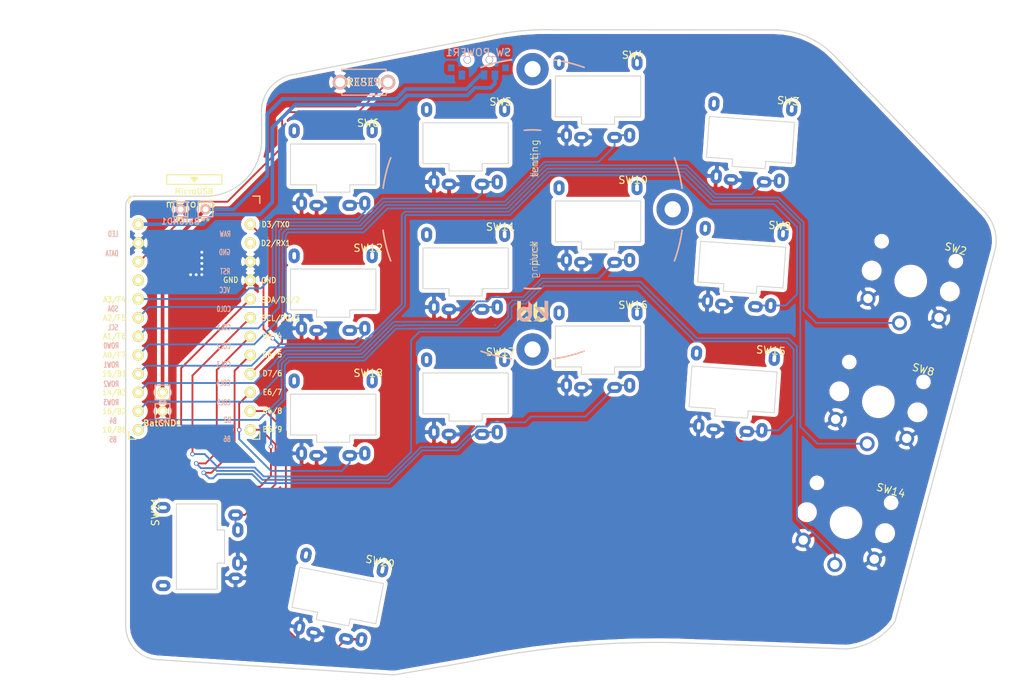
<source format=kicad_pcb>
(kicad_pcb (version 20171130) (host pcbnew 5.1.10)
  (title_block (title hypergolic) (date 2020-12-26) (rev 0.1) (company broomlabs))
  (layers (0 F.Cu signal) (31 B.Cu signal) (34 B.Paste user) (35 F.Paste user) (36 B.SilkS user hide) (37 F.SilkS user) (38 B.Mask user) (39 F.Mask user) (44 Edge.Cuts user))
  (net 0 "")
  (net 1 reset)
  (net 2 BT+)
  (net 3 gnd)
  (net 4 vcc)
  (net 5 Switch18)
  (net 6 Switch1)
  (net 7 Switch2)
  (net 8 Switch3)
  (net 9 Switch4)
  (net 10 Switch5)
  (net 11 Switch6)
  (net 12 Switch7)
  (net 13 Switch8)
  (net 14 Switch9)
  (net 15 Switch10)
  (net 16 Switch11)
  (net 17 Switch12)
  (net 18 Switch13)
  (net 19 Switch14)
  (net 20 Switch15)
  (net 21 Switch16)
  (net 22 Switch17)
  (net 23 "Net-(SW_POWER1-Pad1)")
  (net 24 raw)
  (module kbd:Choc_Mini_PG1232_Choc_Spacing_dual (layer B.Cu) (at 40.894 92.837 270)
    (fp_text reference SW21 hide)
    (fp_text value SW_Push hide)
    (fp_line (start -5.8 2.95) (end 5.8 2.95) (layer Edge.Cuts) (width 0.12))
    (fp_line (start 5.8 2.95) (end 5.8 -2.6) (layer Edge.Cuts) (width 0.12))
    (fp_line (start -5.8 -2.6) (end -5.8 2.95) (layer Edge.Cuts) (width 0.12))
    (fp_line (start -2.25 -2.6) (end -2.25 -3.6) (layer Edge.Cuts) (width 0.12))
    (fp_line (start -2.25 -3.6) (end 2.25 -3.6) (layer Edge.Cuts) (width 0.12))
    (fp_line (start 2.25 -3.6) (end 2.25 -2.6) (layer Edge.Cuts) (width 0.12))
    (fp_line (start -2.25 -2.6) (end -5.8 -2.6) (layer Edge.Cuts) (width 0.12))
    (fp_line (start 2.25 -2.6) (end 5.8 -2.6) (layer Edge.Cuts) (width 0.12))
    (fp_text user %R (at -4.76 5.8 90) (layer F.SilkS))
    (pad 1 thru_hole oval (at -4.3 -5.1 270) (size 1.5 2) (drill oval 0.5 1) (layers *.Cu *.Mask) (net 22 Switch17) (clearance 0.2))
    (pad 2 thru_hole oval (at 2.25 -5.4 270) (size 2 1.5) (drill oval 1 0.5) (layers *.Cu *.Mask) (net 3 gnd) (clearance 0.2))
    (pad 3 thru_hole oval (at 5.3 4.75 270) (size 1.5 2) (drill oval 0.5 1) (layers *.Cu *.Mask) (clearance 0.2))
    (pad 4 thru_hole oval (at -5.3 4.75 270) (size 1.5 2) (drill oval 0.5 1) (layers *.Cu *.Mask) (clearance 0.2))
    (pad 2 thru_hole oval (at 4.3 -5.1 270) (size 1.5 2) (drill oval 0.5 1) (layers *.Cu *.Mask) (net 3 gnd) (clearance 0.2))
    (pad 1 thru_hole oval (at -2.25 -5.4 270) (size 2 1.5) (drill oval 1 0.5) (layers *.Cu *.Mask) (net 22 Switch17) (clearance 0.2))
  )
  (module kbd:1pin_conn (layer F.Cu) (at 36.068 71.882)
    (fp_text reference ** (at 0 1.651) (layer F.SilkS) (effects (font (size 0.8128 0.8128))))
    (fp_text value Val** hide)
    (fp_text user ** (at 0 1.651) (layer B.SilkS) (effects (font (size 0.8128 0.8128)) (justify mirror)))
    (pad 1 thru_hole circle (at 0 0) (size 1.397 1.397) (drill 0.8128) (layers *.Cu *.Mask F.SilkS) (net 2 BT+))
  )
  (module kbd:1pin_conn (layer F.Cu) (at 36.068 74.422)
    (fp_text reference BatGND1 (at 0 1.651) (layer F.SilkS) (effects (font (size 0.8128 0.8128))))
    (fp_text value MountingHole_Pad hide)
    (fp_text user ** (at 0 1.651) (layer B.SilkS) (effects (font (size 0.8128 0.8128)) (justify mirror)))
    (pad 1 thru_hole circle (at 0 0) (size 1.397 1.397) (drill 0.8128) (layers *.Cu *.Mask F.SilkS) (net 3 gnd))
  )
  (module kbd:ProMicro_DPB (layer F.Cu) (at 40.386 63.5)
    (fp_text reference U1 hide)
    (fp_text value ProMicro-kbd hide)
    (fp_text user MicroUSB (at -0.05 -18.95) (layer F.SilkS) (effects (font (size 0.75 0.75) (thickness 0.12))))
    (fp_text user B4/8 (at 10.605 10.9 unlocked) (layer F.SilkS) (effects (font (size 0.75 0.67) (thickness 0.125))))
    (fp_text user D2/RX1 (at 11.055 -11.9 unlocked) (layer F.SilkS) (effects (font (size 0.75 0.67) (thickness 0.125))))
    (fp_text user B5/9 (at 10.605 13.4 unlocked) (layer F.SilkS) (effects (font (size 0.75 0.67) (thickness 0.125))))
    (fp_text user C6/5 (at 10.605 3.25 unlocked) (layer F.SilkS) (effects (font (size 0.75 0.67) (thickness 0.125))))
    (fp_text user SCL/D0/3 (at 11.755 -1.7 unlocked) (layer F.SilkS) (effects (font (size 0.75 0.67) (thickness 0.125))))
    (fp_text user SDA/D1/2 (at 11.755 -4.2 unlocked) (layer F.SilkS) (effects (font (size 0.75 0.67) (thickness 0.125))))
    (fp_text user D4/4 (at 10.605 0.7 unlocked) (layer F.SilkS) (effects (font (size 0.75 0.67) (thickness 0.125))))
    (fp_text user D3/TX0 (at 11.055 -14.45 unlocked) (layer F.SilkS) (effects (font (size 0.75 0.67) (thickness 0.125))))
    (fp_text user GND (at 4.955 -6.9 unlocked) (layer F.SilkS) (effects (font (size 0.75 0.67) (thickness 0.125))))
    (fp_text user GND (at 10.105 -6.85 unlocked) (layer F.SilkS) (effects (font (size 0.75 0.67) (thickness 0.125))))
    (fp_text user D7/6 (at 10.605 5.8 unlocked) (layer F.SilkS) (effects (font (size 0.75 0.67) (thickness 0.125))))
    (fp_text user E6/7 (at 10.605 8.35 unlocked) (layer F.SilkS) (effects (font (size 0.75 0.67) (thickness 0.125))))
    (fp_text user 16/B2 (at -10.845 10.95 unlocked) (layer F.SilkS) (effects (font (size 0.75 0.67) (thickness 0.125))))
    (fp_text user 10/B6 (at -10.845 13.45 unlocked) (layer F.SilkS) (effects (font (size 0.75 0.67) (thickness 0.125))))
    (fp_text user 14/B3 (at -10.845 8.4 unlocked) (layer F.SilkS) (effects (font (size 0.75 0.67) (thickness 0.125))))
    (fp_text user 15/B1 (at -10.845 5.85 unlocked) (layer F.SilkS) (effects (font (size 0.75 0.67) (thickness 0.125))))
    (fp_text user A0/F7 (at -10.845 3.3 unlocked) (layer F.SilkS) (effects (font (size 0.75 0.67) (thickness 0.125))))
    (fp_text user A1/F6 (at -10.845 0.75 unlocked) (layer F.SilkS) (effects (font (size 0.75 0.67) (thickness 0.125))))
    (fp_text user A2/F5 (at -10.845 -1.75 unlocked) (layer F.SilkS) (effects (font (size 0.75 0.67) (thickness 0.125))))
    (fp_text user A3/F4 (at -10.845 -4.25 unlocked) (layer F.SilkS) (effects (font (size 0.75 0.67) (thickness 0.125))))
    (fp_text user VCC (at 4.1275 -5.5245 unlocked) (layer B.SilkS) (effects (font (size 0.75 0.5) (thickness 0.125)) (justify mirror)))
    (fp_text user RST (at 4.191 -8.0645 unlocked) (layer B.SilkS) (effects (font (size 0.75 0.5) (thickness 0.125)) (justify mirror)))
    (fp_text user GND (at 4.1275 -10.668 unlocked) (layer B.SilkS) (effects (font (size 0.75 0.5) (thickness 0.125)) (justify mirror)))
    (fp_text user RAW (at 4.191 -13.1445 unlocked) (layer B.SilkS) (effects (font (size 0.75 0.5) (thickness 0.125)) (justify mirror)))
    (fp_text user "" (at -0.545 -17.4) (layer F.SilkS))
    (fp_text user "" (at -1.2515 -16.256) (layer B.SilkS) (effects (justify mirror)))
    (fp_text user ROW1 (at -11.3 4.6355) (layer B.SilkS) (effects (font (size 0.75 0.5) (thickness 0.125)) (justify mirror)))
    (fp_text user COL4 (at 3.95 7.112) (layer B.SilkS) (effects (font (size 0.75 0.5) (thickness 0.125)) (justify mirror)))
    (fp_text user ROW2 (at -11.3 7.239) (layer B.SilkS) (effects (font (size 0.75 0.5) (thickness 0.125)) (justify mirror)))
    (fp_text user COL5 (at 4 9.75) (layer B.SilkS) (effects (font (size 0.75 0.5) (thickness 0.125)) (justify mirror)))
    (fp_text user ROW3 (at -11.3 9.75) (layer B.SilkS) (effects (font (size 0.75 0.5) (thickness 0.125)) (justify mirror)))
    (fp_text user B2 (at 4.5085 12.1285) (layer B.SilkS) (effects (font (size 0.75 0.5) (thickness 0.125)) (justify mirror)))
    (fp_text user B4 (at -11.049 12.2555) (layer B.SilkS) (effects (font (size 0.75 0.5) (thickness 0.125)) (justify mirror)))
    (fp_text user B5 (at -11.049 14.7955) (layer B.SilkS) (effects (font (size 0.75 0.5) (thickness 0.125)) (justify mirror)))
    (fp_text user B6 (at 4.445 14.732) (layer B.SilkS) (effects (font (size 0.75 0.5) (thickness 0.125)) (justify mirror)))
    (fp_text user COL0 (at 4 -2.95) (layer B.SilkS) (effects (font (size 0.75 0.5) (thickness 0.125)) (justify mirror)))
    (fp_text user SDA (at -11.049 -2.9845) (layer B.SilkS) (effects (font (size 0.75 0.5) (thickness 0.125)) (justify mirror)))
    (fp_text user COL1 (at 4 -0.4445) (layer B.SilkS) (effects (font (size 0.75 0.5) (thickness 0.125)) (justify mirror)))
    (fp_text user SCL (at -11.049 -0.4445) (layer B.SilkS) (effects (font (size 0.75 0.5) (thickness 0.125)) (justify mirror)))
    (fp_text user COL2 (at 4 2.1) (layer B.SilkS) (effects (font (size 0.75 0.5) (thickness 0.125)) (justify mirror)))
    (fp_text user ROW0 (at -11.3 2.032) (layer B.SilkS) (effects (font (size 0.75 0.5) (thickness 0.125)) (justify mirror)))
    (fp_text user COL3 (at 4 4.6) (layer B.SilkS) (effects (font (size 0.75 0.5) (thickness 0.125)) (justify mirror)))
    (fp_text user DATA (at -11.2 -10.5) (layer B.SilkS) (effects (font (size 0.75 0.5) (thickness 0.125)) (justify mirror)))
    (fp_text user LED (at -11.049 -13.1445) (layer B.SilkS) (effects (font (size 0.75 0.5) (thickness 0.125)) (justify mirror)))
    (fp_text user | (at -1.2065 -16.256) (layer B.SilkS) (effects (justify mirror)))
    (fp_text user microusb (at -0.5 -17.25) (layer F.SilkS))
    (pad 1 thru_hole circle (at 7.6114 -14.478) (size 1.524 1.524) (drill 0.8128) (layers *.Cu *.Mask F.SilkS) (net 15 Switch10))
    (pad 2 thru_hole circle (at 7.6114 -11.938) (size 1.524 1.524) (drill 0.8128) (layers *.Cu *.Mask F.SilkS) (net 5 Switch18))
    (pad 3 thru_hole circle (at 7.6114 -9.398) (size 1.524 1.524) (drill 0.8128) (layers *.Cu *.Mask F.SilkS) (net 3 gnd))
    (pad 4 thru_hole circle (at 7.6114 -6.858) (size 1.524 1.524) (drill 0.8128) (layers *.Cu *.Mask F.SilkS) (net 3 gnd))
    (pad 5 thru_hole circle (at 7.6114 -4.318) (size 1.524 1.524) (drill 0.8128) (layers *.Cu *.Mask F.SilkS) (net 16 Switch11))
    (pad 6 thru_hole circle (at 7.6114 -1.778) (size 1.524 1.524) (drill 0.8128) (layers *.Cu *.Mask F.SilkS) (net 17 Switch12))
    (pad 7 thru_hole circle (at 7.6114 0.762) (size 1.524 1.524) (drill 0.8128) (layers *.Cu *.Mask F.SilkS) (net 18 Switch13))
    (pad 8 thru_hole circle (at 7.6114 3.302) (size 1.524 1.524) (drill 0.8128) (layers *.Cu *.Mask F.SilkS) (net 19 Switch14))
    (pad 9 thru_hole circle (at 7.6114 5.842) (size 1.524 1.524) (drill 0.8128) (layers *.Cu *.Mask F.SilkS) (net 6 Switch1))
    (pad 10 thru_hole circle (at 7.6114 8.382) (size 1.524 1.524) (drill 0.8128) (layers *.Cu *.Mask F.SilkS) (net 20 Switch15))
    (pad 11 thru_hole circle (at 7.6114 10.922) (size 1.524 1.524) (drill 0.8128) (layers *.Cu *.Mask F.SilkS) (net 21 Switch16))
    (pad 12 thru_hole circle (at 7.6114 13.462) (size 1.524 1.524) (drill 0.8128) (layers *.Cu *.Mask F.SilkS) (net 22 Switch17))
    (pad 13 thru_hole circle (at -7.6086 13.462) (size 1.524 1.524) (drill 0.8128) (layers *.Cu *.Mask F.SilkS) (net 14 Switch9))
    (pad 14 thru_hole circle (at -7.6086 10.922) (size 1.524 1.524) (drill 0.8128) (layers *.Cu *.Mask F.SilkS) (net 13 Switch8))
    (pad 15 thru_hole circle (at -7.6086 8.382) (size 1.524 1.524) (drill 0.8128) (layers *.Cu *.Mask F.SilkS) (net 12 Switch7))
    (pad 16 thru_hole circle (at -7.6086 5.842) (size 1.524 1.524) (drill 0.8128) (layers *.Cu *.Mask F.SilkS) (net 11 Switch6))
    (pad 17 thru_hole circle (at -7.6086 3.302) (size 1.524 1.524) (drill 0.8128) (layers *.Cu *.Mask F.SilkS) (net 7 Switch2))
    (pad 18 thru_hole circle (at -7.6086 0.762) (size 1.524 1.524) (drill 0.8128) (layers *.Cu *.Mask F.SilkS) (net 8 Switch3))
    (pad 19 thru_hole circle (at -7.6086 -1.778) (size 1.524 1.524) (drill 0.8128) (layers *.Cu *.Mask F.SilkS) (net 9 Switch4))
    (pad 20 thru_hole circle (at -7.6086 -4.318) (size 1.524 1.524) (drill 0.8128) (layers *.Cu *.Mask F.SilkS) (net 10 Switch5))
    (pad 21 thru_hole circle (at -7.6086 -6.858) (size 1.524 1.524) (drill 0.8128) (layers *.Cu *.Mask F.SilkS) (net 4 vcc))
    (pad 22 thru_hole circle (at -7.6086 -9.398) (size 1.524 1.524) (drill 0.8128) (layers *.Cu *.Mask F.SilkS) (net 1 reset))
    (pad 23 thru_hole circle (at -7.6086 -11.938) (size 1.524 1.524) (drill 0.8128) (layers *.Cu *.Mask F.SilkS) (net 3 gnd))
    (pad 24 thru_hole circle (at -7.6086 -14.478) (size 1.524 1.524) (drill 0.8128) (layers *.Cu *.Mask F.SilkS) (net 24 raw))
  )
  (module kbd:1pin_conn (layer B.Cu) (at 41.91 46.99 180)
    (fp_text reference ** (at 0 -1.651) (layer B.SilkS) (effects (font (size 0.8128 0.8128)) (justify mirror)))
    (fp_text value Val** hide)
    (fp_text user ** (at 0 -1.651) (layer F.SilkS) (effects (font (size 0.8128 0.8128))))
    (pad 1 thru_hole circle (at 0 0 180) (size 1.397 1.397) (drill 0.8128) (layers *.Cu *.Mask B.SilkS) (net 2 BT+))
  )
  (module kbd:Tenting_Puck2-3 (layer B.Cu) (at 86.36 46.99 180)
    (fp_text reference REF**)
    (fp_text value "Tenting Puck")
    (fp_text user puck (at -0.1905 -6.0325 90 unlocked) (layer F.SilkS) (effects (font (thickness 0.1))))
    (fp_text user tenting (at -0.254 6.9215 270) (layer F.SilkS) (effects (font (thickness 0.1))))
    (fp_text user puck (at -0.254 6.0325 270) (layer B.SilkS) (effects (font (thickness 0.1)) (justify mirror)))
    (fp_text user tenting (at -0.1905 -6.858 270) (layer B.SilkS) (effects (font (thickness 0.1)) (justify mirror)))
    (pad 1 thru_hole circle (at -19.05 0 180) (size 4.4 4.4) (drill 2.2) (layers *.Cu *.Mask))
    (pad 1 thru_hole circle (at 0 -19.05 180) (size 4.4 4.4) (drill 2.2) (layers *.Cu *.Mask))
    (pad 1 thru_hole circle (at 0 19.05 180) (size 4.4 4.4) (drill 2.2) (layers *.Cu *.Mask))
  )
  (module kbd:Choc_Mini_PG1232_Choc_Spacing_dual (layer B.Cu) (at 59.26 75.064 180)
    (fp_text reference SW18 hide)
    (fp_text value SW_Push hide)
    (fp_line (start 2.25 -2.6) (end 5.8 -2.6) (layer Edge.Cuts) (width 0.12))
    (fp_line (start -2.25 -2.6) (end -5.8 -2.6) (layer Edge.Cuts) (width 0.12))
    (fp_line (start 2.25 -3.6) (end 2.25 -2.6) (layer Edge.Cuts) (width 0.12))
    (fp_line (start -2.25 -3.6) (end 2.25 -3.6) (layer Edge.Cuts) (width 0.12))
    (fp_line (start -2.25 -2.6) (end -2.25 -3.6) (layer Edge.Cuts) (width 0.12))
    (fp_line (start -5.8 -2.6) (end -5.8 2.95) (layer Edge.Cuts) (width 0.12))
    (fp_line (start 5.8 2.95) (end 5.8 -2.6) (layer Edge.Cuts) (width 0.12))
    (fp_line (start -5.8 2.95) (end 5.8 2.95) (layer Edge.Cuts) (width 0.12))
    (fp_text user %R (at -4.76 5.8) (layer F.SilkS))
    (pad 1 thru_hole oval (at -4.3 -5.1 180) (size 1.5 2) (drill oval 0.5 1) (layers *.Cu *.Mask) (net 20 Switch15) (clearance 0.2))
    (pad 2 thru_hole oval (at 2.25 -5.4 180) (size 2 1.5) (drill oval 1 0.5) (layers *.Cu *.Mask) (net 3 gnd) (clearance 0.2))
    (pad 3 thru_hole oval (at 5.3 4.75 180) (size 1.5 2) (drill oval 0.5 1) (layers *.Cu *.Mask) (clearance 0.2))
    (pad 4 thru_hole oval (at -5.3 4.75 180) (size 1.5 2) (drill oval 0.5 1) (layers *.Cu *.Mask) (clearance 0.2))
    (pad 2 thru_hole oval (at 4.3 -5.1 180) (size 1.5 2) (drill oval 0.5 1) (layers *.Cu *.Mask) (net 3 gnd) (clearance 0.2))
    (pad 1 thru_hole oval (at -2.25 -5.4 180) (size 2 1.5) (drill oval 1 0.5) (layers *.Cu *.Mask) (net 20 Switch15) (clearance 0.2))
  )
  (module kbd:Choc_Mini_PG1232_Choc_Spacing_dual (layer B.Cu) (at 115.9747 37.7256 176)
    (fp_text reference SW3 hide)
    (fp_text value SW_Push hide)
    (fp_line (start 2.25 -2.6) (end 5.8 -2.6) (layer Edge.Cuts) (width 0.12))
    (fp_line (start -2.25 -2.6) (end -5.8 -2.6) (layer Edge.Cuts) (width 0.12))
    (fp_line (start 2.25 -3.6) (end 2.25 -2.6) (layer Edge.Cuts) (width 0.12))
    (fp_line (start -2.25 -3.6) (end 2.25 -3.6) (layer Edge.Cuts) (width 0.12))
    (fp_line (start -2.25 -2.6) (end -2.25 -3.6) (layer Edge.Cuts) (width 0.12))
    (fp_line (start -5.8 -2.6) (end -5.8 2.95) (layer Edge.Cuts) (width 0.12))
    (fp_line (start 5.8 2.95) (end 5.8 -2.6) (layer Edge.Cuts) (width 0.12))
    (fp_line (start -5.8 2.95) (end 5.8 2.95) (layer Edge.Cuts) (width 0.12))
    (fp_text user %R (at -4.76 5.8 356) (layer F.SilkS))
    (pad 1 thru_hole oval (at -4.3 -5.1 176) (size 1.5 2) (drill oval 0.5 1) (layers *.Cu *.Mask) (net 7 Switch2) (clearance 0.2))
    (pad 2 thru_hole oval (at 2.25 -5.4 176) (size 2 1.5) (drill oval 1 0.5) (layers *.Cu *.Mask) (net 3 gnd) (clearance 0.2))
    (pad 3 thru_hole oval (at 5.3 4.75 176) (size 1.5 2) (drill oval 0.5 1) (layers *.Cu *.Mask) (clearance 0.2))
    (pad 4 thru_hole oval (at -5.3 4.75 176) (size 1.5 2) (drill oval 0.5 1) (layers *.Cu *.Mask) (clearance 0.2))
    (pad 2 thru_hole oval (at 4.3 -5.1 176) (size 1.5 2) (drill oval 0.5 1) (layers *.Cu *.Mask) (net 3 gnd) (clearance 0.2))
    (pad 1 thru_hole oval (at -2.25 -5.4 176) (size 2 1.5) (drill oval 1 0.5) (layers *.Cu *.Mask) (net 7 Switch2) (clearance 0.2))
  )
  (module kbd:Choc_Mini_PG1232_Choc_Spacing_dual (layer B.Cu) (at 59.26 58.064 180)
    (fp_text reference SW12 hide)
    (fp_text value SW_Push hide)
    (fp_line (start 2.25 -2.6) (end 5.8 -2.6) (layer Edge.Cuts) (width 0.12))
    (fp_line (start -2.25 -2.6) (end -5.8 -2.6) (layer Edge.Cuts) (width 0.12))
    (fp_line (start 2.25 -3.6) (end 2.25 -2.6) (layer Edge.Cuts) (width 0.12))
    (fp_line (start -2.25 -3.6) (end 2.25 -3.6) (layer Edge.Cuts) (width 0.12))
    (fp_line (start -2.25 -2.6) (end -2.25 -3.6) (layer Edge.Cuts) (width 0.12))
    (fp_line (start -5.8 -2.6) (end -5.8 2.95) (layer Edge.Cuts) (width 0.12))
    (fp_line (start 5.8 2.95) (end 5.8 -2.6) (layer Edge.Cuts) (width 0.12))
    (fp_line (start -5.8 2.95) (end 5.8 2.95) (layer Edge.Cuts) (width 0.12))
    (fp_text user %R (at -4.76 5.8) (layer F.SilkS))
    (pad 1 thru_hole oval (at -4.3 -5.1 180) (size 1.5 2) (drill oval 0.5 1) (layers *.Cu *.Mask) (net 15 Switch10) (clearance 0.2))
    (pad 2 thru_hole oval (at 2.25 -5.4 180) (size 2 1.5) (drill oval 1 0.5) (layers *.Cu *.Mask) (net 3 gnd) (clearance 0.2))
    (pad 3 thru_hole oval (at 5.3 4.75 180) (size 1.5 2) (drill oval 0.5 1) (layers *.Cu *.Mask) (clearance 0.2))
    (pad 4 thru_hole oval (at -5.3 4.75 180) (size 1.5 2) (drill oval 0.5 1) (layers *.Cu *.Mask) (clearance 0.2))
    (pad 2 thru_hole oval (at 4.3 -5.1 180) (size 1.5 2) (drill oval 0.5 1) (layers *.Cu *.Mask) (net 3 gnd) (clearance 0.2))
    (pad 1 thru_hole oval (at -2.25 -5.4 180) (size 2 1.5) (drill oval 1 0.5) (layers *.Cu *.Mask) (net 15 Switch10) (clearance 0.2))
  )
  (module kbd:Choc_Mini_PG1232_Choc_Spacing_dual (layer B.Cu) (at 59.852 99.658 169)
    (fp_text reference SW20 hide)
    (fp_text value SW_Push hide)
    (fp_line (start 2.25 -2.6) (end 5.8 -2.6) (layer Edge.Cuts) (width 0.12))
    (fp_line (start -2.25 -2.6) (end -5.8 -2.6) (layer Edge.Cuts) (width 0.12))
    (fp_line (start 2.25 -3.6) (end 2.25 -2.6) (layer Edge.Cuts) (width 0.12))
    (fp_line (start -2.25 -3.6) (end 2.25 -3.6) (layer Edge.Cuts) (width 0.12))
    (fp_line (start -2.25 -2.6) (end -2.25 -3.6) (layer Edge.Cuts) (width 0.12))
    (fp_line (start -5.8 -2.6) (end -5.8 2.95) (layer Edge.Cuts) (width 0.12))
    (fp_line (start 5.8 2.95) (end 5.8 -2.6) (layer Edge.Cuts) (width 0.12))
    (fp_line (start -5.8 2.95) (end 5.8 2.95) (layer Edge.Cuts) (width 0.12))
    (fp_text user %R (at -4.76 5.8 349) (layer F.SilkS))
    (pad 1 thru_hole oval (at -4.3 -5.1 169) (size 1.5 2) (drill oval 0.5 1) (layers *.Cu *.Mask) (net 21 Switch16) (clearance 0.2))
    (pad 2 thru_hole oval (at 2.25 -5.4 169) (size 2 1.5) (drill oval 1 0.5) (layers *.Cu *.Mask) (net 3 gnd) (clearance 0.2))
    (pad 3 thru_hole oval (at 5.3 4.75 169) (size 1.5 2) (drill oval 0.5 1) (layers *.Cu *.Mask) (clearance 0.2))
    (pad 4 thru_hole oval (at -5.3 4.75 169) (size 1.5 2) (drill oval 0.5 1) (layers *.Cu *.Mask) (clearance 0.2))
    (pad 2 thru_hole oval (at 4.3 -5.1 169) (size 1.5 2) (drill oval 0.5 1) (layers *.Cu *.Mask) (net 3 gnd) (clearance 0.2))
    (pad 1 thru_hole oval (at -2.25 -5.4 169) (size 2 1.5) (drill oval 1 0.5) (layers *.Cu *.Mask) (net 21 Switch16) (clearance 0.2))
  )
  (module kbd:Choc_Mini_PG1232_Choc_Spacing_dual (layer B.Cu) (at 77.26 72.189 180)
    (fp_text reference SW17 hide)
    (fp_text value SW_Push hide)
    (fp_line (start 2.25 -2.6) (end 5.8 -2.6) (layer Edge.Cuts) (width 0.12))
    (fp_line (start -2.25 -2.6) (end -5.8 -2.6) (layer Edge.Cuts) (width 0.12))
    (fp_line (start 2.25 -3.6) (end 2.25 -2.6) (layer Edge.Cuts) (width 0.12))
    (fp_line (start -2.25 -3.6) (end 2.25 -3.6) (layer Edge.Cuts) (width 0.12))
    (fp_line (start -2.25 -2.6) (end -2.25 -3.6) (layer Edge.Cuts) (width 0.12))
    (fp_line (start -5.8 -2.6) (end -5.8 2.95) (layer Edge.Cuts) (width 0.12))
    (fp_line (start 5.8 2.95) (end 5.8 -2.6) (layer Edge.Cuts) (width 0.12))
    (fp_line (start -5.8 2.95) (end 5.8 2.95) (layer Edge.Cuts) (width 0.12))
    (fp_text user %R (at -4.76 5.8) (layer F.SilkS))
    (pad 1 thru_hole oval (at -4.3 -5.1 180) (size 1.5 2) (drill oval 0.5 1) (layers *.Cu *.Mask) (net 19 Switch14) (clearance 0.2))
    (pad 2 thru_hole oval (at 2.25 -5.4 180) (size 2 1.5) (drill oval 1 0.5) (layers *.Cu *.Mask) (net 3 gnd) (clearance 0.2))
    (pad 3 thru_hole oval (at 5.3 4.75 180) (size 1.5 2) (drill oval 0.5 1) (layers *.Cu *.Mask) (clearance 0.2))
    (pad 4 thru_hole oval (at -5.3 4.75 180) (size 1.5 2) (drill oval 0.5 1) (layers *.Cu *.Mask) (clearance 0.2))
    (pad 2 thru_hole oval (at 4.3 -5.1 180) (size 1.5 2) (drill oval 0.5 1) (layers *.Cu *.Mask) (net 3 gnd) (clearance 0.2))
    (pad 1 thru_hole oval (at -2.25 -5.4 180) (size 2 1.5) (drill oval 1 0.5) (layers *.Cu *.Mask) (net 19 Switch14) (clearance 0.2))
  )
  (module kbd:Choc_Mini_PG1232_Choc_Spacing_dual (layer B.Cu) (at 95.26 65.814 180)
    (fp_text reference SW16 hide)
    (fp_text value SW_Push hide)
    (fp_line (start 2.25 -2.6) (end 5.8 -2.6) (layer Edge.Cuts) (width 0.12))
    (fp_line (start -2.25 -2.6) (end -5.8 -2.6) (layer Edge.Cuts) (width 0.12))
    (fp_line (start 2.25 -3.6) (end 2.25 -2.6) (layer Edge.Cuts) (width 0.12))
    (fp_line (start -2.25 -3.6) (end 2.25 -3.6) (layer Edge.Cuts) (width 0.12))
    (fp_line (start -2.25 -2.6) (end -2.25 -3.6) (layer Edge.Cuts) (width 0.12))
    (fp_line (start -5.8 -2.6) (end -5.8 2.95) (layer Edge.Cuts) (width 0.12))
    (fp_line (start 5.8 2.95) (end 5.8 -2.6) (layer Edge.Cuts) (width 0.12))
    (fp_line (start -5.8 2.95) (end 5.8 2.95) (layer Edge.Cuts) (width 0.12))
    (fp_text user %R (at -4.76 5.8) (layer F.SilkS))
    (pad 1 thru_hole oval (at -4.3 -5.1 180) (size 1.5 2) (drill oval 0.5 1) (layers *.Cu *.Mask) (net 18 Switch13) (clearance 0.2))
    (pad 2 thru_hole oval (at 2.25 -5.4 180) (size 2 1.5) (drill oval 1 0.5) (layers *.Cu *.Mask) (net 3 gnd) (clearance 0.2))
    (pad 3 thru_hole oval (at 5.3 4.75 180) (size 1.5 2) (drill oval 0.5 1) (layers *.Cu *.Mask) (clearance 0.2))
    (pad 4 thru_hole oval (at -5.3 4.75 180) (size 1.5 2) (drill oval 0.5 1) (layers *.Cu *.Mask) (clearance 0.2))
    (pad 2 thru_hole oval (at 4.3 -5.1 180) (size 1.5 2) (drill oval 0.5 1) (layers *.Cu *.Mask) (net 3 gnd) (clearance 0.2))
    (pad 1 thru_hole oval (at -2.25 -5.4 180) (size 2 1.5) (drill oval 1 0.5) (layers *.Cu *.Mask) (net 18 Switch13) (clearance 0.2))
  )
  (module kbd:Choc_Mini_PG1232_Choc_Spacing_dual (layer B.Cu) (at 113.6027 71.6477 176)
    (fp_text reference SW15 hide)
    (fp_text value SW_Push hide)
    (fp_line (start 2.25 -2.6) (end 5.8 -2.6) (layer Edge.Cuts) (width 0.12))
    (fp_line (start -2.25 -2.6) (end -5.8 -2.6) (layer Edge.Cuts) (width 0.12))
    (fp_line (start 2.25 -3.6) (end 2.25 -2.6) (layer Edge.Cuts) (width 0.12))
    (fp_line (start -2.25 -3.6) (end 2.25 -3.6) (layer Edge.Cuts) (width 0.12))
    (fp_line (start -2.25 -2.6) (end -2.25 -3.6) (layer Edge.Cuts) (width 0.12))
    (fp_line (start -5.8 -2.6) (end -5.8 2.95) (layer Edge.Cuts) (width 0.12))
    (fp_line (start 5.8 2.95) (end 5.8 -2.6) (layer Edge.Cuts) (width 0.12))
    (fp_line (start -5.8 2.95) (end 5.8 2.95) (layer Edge.Cuts) (width 0.12))
    (fp_text user %R (at -4.76 5.8 356) (layer F.SilkS))
    (pad 1 thru_hole oval (at -4.3 -5.1 176) (size 1.5 2) (drill oval 0.5 1) (layers *.Cu *.Mask) (net 17 Switch12) (clearance 0.2))
    (pad 2 thru_hole oval (at 2.25 -5.4 176) (size 2 1.5) (drill oval 1 0.5) (layers *.Cu *.Mask) (net 3 gnd) (clearance 0.2))
    (pad 3 thru_hole oval (at 5.3 4.75 176) (size 1.5 2) (drill oval 0.5 1) (layers *.Cu *.Mask) (clearance 0.2))
    (pad 4 thru_hole oval (at -5.3 4.75 176) (size 1.5 2) (drill oval 0.5 1) (layers *.Cu *.Mask) (clearance 0.2))
    (pad 2 thru_hole oval (at 4.3 -5.1 176) (size 1.5 2) (drill oval 0.5 1) (layers *.Cu *.Mask) (net 3 gnd) (clearance 0.2))
    (pad 1 thru_hole oval (at -2.25 -5.4 176) (size 2 1.5) (drill oval 1 0.5) (layers *.Cu *.Mask) (net 17 Switch12) (clearance 0.2))
  )
  (module kbd:Choc_Mini_PG1232_Choc_Spacing_dual (layer B.Cu) (at 77.26 55.184 180)
    (fp_text reference SW11 hide)
    (fp_text value SW_Push hide)
    (fp_line (start 2.25 -2.6) (end 5.8 -2.6) (layer Edge.Cuts) (width 0.12))
    (fp_line (start -2.25 -2.6) (end -5.8 -2.6) (layer Edge.Cuts) (width 0.12))
    (fp_line (start 2.25 -3.6) (end 2.25 -2.6) (layer Edge.Cuts) (width 0.12))
    (fp_line (start -2.25 -3.6) (end 2.25 -3.6) (layer Edge.Cuts) (width 0.12))
    (fp_line (start -2.25 -2.6) (end -2.25 -3.6) (layer Edge.Cuts) (width 0.12))
    (fp_line (start -5.8 -2.6) (end -5.8 2.95) (layer Edge.Cuts) (width 0.12))
    (fp_line (start 5.8 2.95) (end 5.8 -2.6) (layer Edge.Cuts) (width 0.12))
    (fp_line (start -5.8 2.95) (end 5.8 2.95) (layer Edge.Cuts) (width 0.12))
    (fp_text user %R (at -4.76 5.8) (layer F.SilkS))
    (pad 1 thru_hole oval (at -4.3 -5.1 180) (size 1.5 2) (drill oval 0.5 1) (layers *.Cu *.Mask) (net 14 Switch9) (clearance 0.2))
    (pad 2 thru_hole oval (at 2.25 -5.4 180) (size 2 1.5) (drill oval 1 0.5) (layers *.Cu *.Mask) (net 3 gnd) (clearance 0.2))
    (pad 3 thru_hole oval (at 5.3 4.75 180) (size 1.5 2) (drill oval 0.5 1) (layers *.Cu *.Mask) (clearance 0.2))
    (pad 4 thru_hole oval (at -5.3 4.75 180) (size 1.5 2) (drill oval 0.5 1) (layers *.Cu *.Mask) (clearance 0.2))
    (pad 2 thru_hole oval (at 4.3 -5.1 180) (size 1.5 2) (drill oval 0.5 1) (layers *.Cu *.Mask) (net 3 gnd) (clearance 0.2))
    (pad 1 thru_hole oval (at -2.25 -5.4 180) (size 2 1.5) (drill oval 1 0.5) (layers *.Cu *.Mask) (net 14 Switch9) (clearance 0.2))
  )
  (module kbd:Choc_Mini_PG1232_Choc_Spacing_dual (layer B.Cu) (at 95.26 48.814 180)
    (fp_text reference SW10 hide)
    (fp_text value SW_Push hide)
    (fp_line (start 2.25 -2.6) (end 5.8 -2.6) (layer Edge.Cuts) (width 0.12))
    (fp_line (start -2.25 -2.6) (end -5.8 -2.6) (layer Edge.Cuts) (width 0.12))
    (fp_line (start 2.25 -3.6) (end 2.25 -2.6) (layer Edge.Cuts) (width 0.12))
    (fp_line (start -2.25 -3.6) (end 2.25 -3.6) (layer Edge.Cuts) (width 0.12))
    (fp_line (start -2.25 -2.6) (end -2.25 -3.6) (layer Edge.Cuts) (width 0.12))
    (fp_line (start -5.8 -2.6) (end -5.8 2.95) (layer Edge.Cuts) (width 0.12))
    (fp_line (start 5.8 2.95) (end 5.8 -2.6) (layer Edge.Cuts) (width 0.12))
    (fp_line (start -5.8 2.95) (end 5.8 2.95) (layer Edge.Cuts) (width 0.12))
    (fp_text user %R (at -4.76 5.8) (layer F.SilkS))
    (pad 1 thru_hole oval (at -4.3 -5.1 180) (size 1.5 2) (drill oval 0.5 1) (layers *.Cu *.Mask) (net 13 Switch8) (clearance 0.2))
    (pad 2 thru_hole oval (at 2.25 -5.4 180) (size 2 1.5) (drill oval 1 0.5) (layers *.Cu *.Mask) (net 3 gnd) (clearance 0.2))
    (pad 3 thru_hole oval (at 5.3 4.75 180) (size 1.5 2) (drill oval 0.5 1) (layers *.Cu *.Mask) (clearance 0.2))
    (pad 4 thru_hole oval (at -5.3 4.75 180) (size 1.5 2) (drill oval 0.5 1) (layers *.Cu *.Mask) (clearance 0.2))
    (pad 2 thru_hole oval (at 4.3 -5.1 180) (size 1.5 2) (drill oval 0.5 1) (layers *.Cu *.Mask) (net 3 gnd) (clearance 0.2))
    (pad 1 thru_hole oval (at -2.25 -5.4 180) (size 2 1.5) (drill oval 1 0.5) (layers *.Cu *.Mask) (net 13 Switch8) (clearance 0.2))
  )
  (module kbd:Choc_Mini_PG1232_Choc_Spacing_dual (layer B.Cu) (at 114.7889 54.6842 176)
    (fp_text reference SW9 hide)
    (fp_text value SW_Push hide)
    (fp_line (start 2.25 -2.6) (end 5.8 -2.6) (layer Edge.Cuts) (width 0.12))
    (fp_line (start -2.25 -2.6) (end -5.8 -2.6) (layer Edge.Cuts) (width 0.12))
    (fp_line (start 2.25 -3.6) (end 2.25 -2.6) (layer Edge.Cuts) (width 0.12))
    (fp_line (start -2.25 -3.6) (end 2.25 -3.6) (layer Edge.Cuts) (width 0.12))
    (fp_line (start -2.25 -2.6) (end -2.25 -3.6) (layer Edge.Cuts) (width 0.12))
    (fp_line (start -5.8 -2.6) (end -5.8 2.95) (layer Edge.Cuts) (width 0.12))
    (fp_line (start 5.8 2.95) (end 5.8 -2.6) (layer Edge.Cuts) (width 0.12))
    (fp_line (start -5.8 2.95) (end 5.8 2.95) (layer Edge.Cuts) (width 0.12))
    (fp_text user %R (at -4.76 5.8 356) (layer F.SilkS))
    (pad 1 thru_hole oval (at -4.3 -5.1 176) (size 1.5 2) (drill oval 0.5 1) (layers *.Cu *.Mask) (net 12 Switch7) (clearance 0.2))
    (pad 2 thru_hole oval (at 2.25 -5.4 176) (size 2 1.5) (drill oval 1 0.5) (layers *.Cu *.Mask) (net 3 gnd) (clearance 0.2))
    (pad 3 thru_hole oval (at 5.3 4.75 176) (size 1.5 2) (drill oval 0.5 1) (layers *.Cu *.Mask) (clearance 0.2))
    (pad 4 thru_hole oval (at -5.3 4.75 176) (size 1.5 2) (drill oval 0.5 1) (layers *.Cu *.Mask) (clearance 0.2))
    (pad 2 thru_hole oval (at 4.3 -5.1 176) (size 1.5 2) (drill oval 0.5 1) (layers *.Cu *.Mask) (net 3 gnd) (clearance 0.2))
    (pad 1 thru_hole oval (at -2.25 -5.4 176) (size 2 1.5) (drill oval 1 0.5) (layers *.Cu *.Mask) (net 12 Switch7) (clearance 0.2))
  )
  (module kbd:Choc_Mini_PG1232_Choc_Spacing_dual (layer B.Cu) (at 59.26 41.064 180)
    (fp_text reference SW6 hide)
    (fp_text value SW_Push hide)
    (fp_line (start 2.25 -2.6) (end 5.8 -2.6) (layer Edge.Cuts) (width 0.12))
    (fp_line (start -2.25 -2.6) (end -5.8 -2.6) (layer Edge.Cuts) (width 0.12))
    (fp_line (start 2.25 -3.6) (end 2.25 -2.6) (layer Edge.Cuts) (width 0.12))
    (fp_line (start -2.25 -3.6) (end 2.25 -3.6) (layer Edge.Cuts) (width 0.12))
    (fp_line (start -2.25 -2.6) (end -2.25 -3.6) (layer Edge.Cuts) (width 0.12))
    (fp_line (start -5.8 -2.6) (end -5.8 2.95) (layer Edge.Cuts) (width 0.12))
    (fp_line (start 5.8 2.95) (end 5.8 -2.6) (layer Edge.Cuts) (width 0.12))
    (fp_line (start -5.8 2.95) (end 5.8 2.95) (layer Edge.Cuts) (width 0.12))
    (fp_text user %R (at -4.76 5.8) (layer F.SilkS))
    (pad 1 thru_hole oval (at -4.3 -5.1 180) (size 1.5 2) (drill oval 0.5 1) (layers *.Cu *.Mask) (net 10 Switch5) (clearance 0.2))
    (pad 2 thru_hole oval (at 2.25 -5.4 180) (size 2 1.5) (drill oval 1 0.5) (layers *.Cu *.Mask) (net 3 gnd) (clearance 0.2))
    (pad 3 thru_hole oval (at 5.3 4.75 180) (size 1.5 2) (drill oval 0.5 1) (layers *.Cu *.Mask) (clearance 0.2))
    (pad 4 thru_hole oval (at -5.3 4.75 180) (size 1.5 2) (drill oval 0.5 1) (layers *.Cu *.Mask) (clearance 0.2))
    (pad 2 thru_hole oval (at 4.3 -5.1 180) (size 1.5 2) (drill oval 0.5 1) (layers *.Cu *.Mask) (net 3 gnd) (clearance 0.2))
    (pad 1 thru_hole oval (at -2.25 -5.4 180) (size 2 1.5) (drill oval 1 0.5) (layers *.Cu *.Mask) (net 10 Switch5) (clearance 0.2))
  )
  (module kbd:Choc_Mini_PG1232_Choc_Spacing_dual (layer B.Cu) (at 77.26 38.184 180)
    (fp_text reference SW5 hide)
    (fp_text value SW_Push hide)
    (fp_line (start 2.25 -2.6) (end 5.8 -2.6) (layer Edge.Cuts) (width 0.12))
    (fp_line (start -2.25 -2.6) (end -5.8 -2.6) (layer Edge.Cuts) (width 0.12))
    (fp_line (start 2.25 -3.6) (end 2.25 -2.6) (layer Edge.Cuts) (width 0.12))
    (fp_line (start -2.25 -3.6) (end 2.25 -3.6) (layer Edge.Cuts) (width 0.12))
    (fp_line (start -2.25 -2.6) (end -2.25 -3.6) (layer Edge.Cuts) (width 0.12))
    (fp_line (start -5.8 -2.6) (end -5.8 2.95) (layer Edge.Cuts) (width 0.12))
    (fp_line (start 5.8 2.95) (end 5.8 -2.6) (layer Edge.Cuts) (width 0.12))
    (fp_line (start -5.8 2.95) (end 5.8 2.95) (layer Edge.Cuts) (width 0.12))
    (fp_text user %R (at -4.76 5.8) (layer F.SilkS))
    (pad 1 thru_hole oval (at -4.3 -5.1 180) (size 1.5 2) (drill oval 0.5 1) (layers *.Cu *.Mask) (net 9 Switch4) (clearance 0.2))
    (pad 2 thru_hole oval (at 2.25 -5.4 180) (size 2 1.5) (drill oval 1 0.5) (layers *.Cu *.Mask) (net 3 gnd) (clearance 0.2))
    (pad 3 thru_hole oval (at 5.3 4.75 180) (size 1.5 2) (drill oval 0.5 1) (layers *.Cu *.Mask) (clearance 0.2))
    (pad 4 thru_hole oval (at -5.3 4.75 180) (size 1.5 2) (drill oval 0.5 1) (layers *.Cu *.Mask) (clearance 0.2))
    (pad 2 thru_hole oval (at 4.3 -5.1 180) (size 1.5 2) (drill oval 0.5 1) (layers *.Cu *.Mask) (net 3 gnd) (clearance 0.2))
    (pad 1 thru_hole oval (at -2.25 -5.4 180) (size 2 1.5) (drill oval 1 0.5) (layers *.Cu *.Mask) (net 9 Switch4) (clearance 0.2))
  )
  (module kbd:Choc_Mini_PG1232_Choc_Spacing_dual (layer B.Cu) (at 95.26 31.824 180)
    (fp_text reference SW4 hide)
    (fp_text value SW_Push hide)
    (fp_line (start 2.25 -2.6) (end 5.8 -2.6) (layer Edge.Cuts) (width 0.12))
    (fp_line (start -2.25 -2.6) (end -5.8 -2.6) (layer Edge.Cuts) (width 0.12))
    (fp_line (start 2.25 -3.6) (end 2.25 -2.6) (layer Edge.Cuts) (width 0.12))
    (fp_line (start -2.25 -3.6) (end 2.25 -3.6) (layer Edge.Cuts) (width 0.12))
    (fp_line (start -2.25 -2.6) (end -2.25 -3.6) (layer Edge.Cuts) (width 0.12))
    (fp_line (start -5.8 -2.6) (end -5.8 2.95) (layer Edge.Cuts) (width 0.12))
    (fp_line (start 5.8 2.95) (end 5.8 -2.6) (layer Edge.Cuts) (width 0.12))
    (fp_line (start -5.8 2.95) (end 5.8 2.95) (layer Edge.Cuts) (width 0.12))
    (fp_text user %R (at -4.76 5.8) (layer F.SilkS))
    (pad 1 thru_hole oval (at -4.3 -5.1 180) (size 1.5 2) (drill oval 0.5 1) (layers *.Cu *.Mask) (net 8 Switch3) (clearance 0.2))
    (pad 2 thru_hole oval (at 2.25 -5.4 180) (size 2 1.5) (drill oval 1 0.5) (layers *.Cu *.Mask) (net 3 gnd) (clearance 0.2))
    (pad 3 thru_hole oval (at 5.3 4.75 180) (size 1.5 2) (drill oval 0.5 1) (layers *.Cu *.Mask) (clearance 0.2))
    (pad 4 thru_hole oval (at -5.3 4.75 180) (size 1.5 2) (drill oval 0.5 1) (layers *.Cu *.Mask) (clearance 0.2))
    (pad 2 thru_hole oval (at 4.3 -5.1 180) (size 1.5 2) (drill oval 0.5 1) (layers *.Cu *.Mask) (net 3 gnd) (clearance 0.2))
    (pad 1 thru_hole oval (at -2.25 -5.4 180) (size 2 1.5) (drill oval 1 0.5) (layers *.Cu *.Mask) (net 8 Switch3) (clearance 0.2))
  )
  (module Kailh:SW_PG1350_rev_DPB (layer B.Cu) (at 128.9675 89.5857 165)
    (fp_text reference SW14 hide)
    (fp_text value SW_Push hide)
    (fp_text user %R (at -4.76 5.8 345) (layer F.SilkS))
    (pad "" np_thru_hole circle (at -5.5 0 165) (size 1.7018 1.7018) (drill 1.7018) (layers *.Cu *.Mask))
    (pad "" np_thru_hole circle (at 5.5 0 165) (size 1.7018 1.7018) (drill 1.7018) (layers *.Cu *.Mask))
    (pad "" np_thru_hole circle (at 5.22 4.2 165) (size 0.9906 0.9906) (drill 0.9906) (layers *.Cu *.Mask))
    (pad 1 thru_hole circle (at 0 -5.9 165) (size 2.032 2.032) (drill 1.27) (layers *.Cu *.Mask) (net 16 Switch11))
    (pad 2 thru_hole circle (at -5 -3.8 165) (size 2.032 2.032) (drill 1.27) (layers *.Cu *.Mask) (net 3 gnd))
    (pad "" np_thru_hole circle (at 0 0 165) (size 3.429 3.429) (drill 3.429) (layers *.Cu *.Mask))
    (pad 2 thru_hole circle (at 5 -3.8 165) (size 2.032 2.032) (drill 1.27) (layers *.Cu *.Mask) (net 3 gnd))
    (pad "" np_thru_hole circle (at -5.22 4.2 165) (size 0.9906 0.9906) (drill 0.9906) (layers *.Cu *.Mask))
  )
  (module Kailh:SW_PG1350_rev_DPB (layer B.Cu) (at 133.3687 73.1601 165)
    (fp_text reference SW8 hide)
    (fp_text value SW_Push hide)
    (fp_text user %R (at -4.76 5.8 345) (layer F.SilkS))
    (pad "" np_thru_hole circle (at -5.5 0 165) (size 1.7018 1.7018) (drill 1.7018) (layers *.Cu *.Mask))
    (pad "" np_thru_hole circle (at 5.5 0 165) (size 1.7018 1.7018) (drill 1.7018) (layers *.Cu *.Mask))
    (pad "" np_thru_hole circle (at 5.22 4.2 165) (size 0.9906 0.9906) (drill 0.9906) (layers *.Cu *.Mask))
    (pad 1 thru_hole circle (at 0 -5.9 165) (size 2.032 2.032) (drill 1.27) (layers *.Cu *.Mask) (net 11 Switch6))
    (pad 2 thru_hole circle (at -5 -3.8 165) (size 2.032 2.032) (drill 1.27) (layers *.Cu *.Mask) (net 3 gnd))
    (pad "" np_thru_hole circle (at 0 0 165) (size 3.429 3.429) (drill 3.429) (layers *.Cu *.Mask))
    (pad 2 thru_hole circle (at 5 -3.8 165) (size 2.032 2.032) (drill 1.27) (layers *.Cu *.Mask) (net 3 gnd))
    (pad "" np_thru_hole circle (at -5.22 4.2 165) (size 0.9906 0.9906) (drill 0.9906) (layers *.Cu *.Mask))
  )
  (module Kailh:SW_PG1350_rev_DPB (layer B.Cu) (at 137.7686 56.7394 165)
    (fp_text reference SW2 hide)
    (fp_text value SW_Push hide)
    (fp_text user %R (at -4.76 5.8 345) (layer F.SilkS))
    (pad "" np_thru_hole circle (at -5.5 0 165) (size 1.7018 1.7018) (drill 1.7018) (layers *.Cu *.Mask))
    (pad "" np_thru_hole circle (at 5.5 0 165) (size 1.7018 1.7018) (drill 1.7018) (layers *.Cu *.Mask))
    (pad "" np_thru_hole circle (at 5.22 4.2 165) (size 0.9906 0.9906) (drill 0.9906) (layers *.Cu *.Mask))
    (pad 1 thru_hole circle (at 0 -5.9 165) (size 2.032 2.032) (drill 1.27) (layers *.Cu *.Mask) (net 6 Switch1))
    (pad 2 thru_hole circle (at -5 -3.8 165) (size 2.032 2.032) (drill 1.27) (layers *.Cu *.Mask) (net 3 gnd))
    (pad "" np_thru_hole circle (at 0 0 165) (size 3.429 3.429) (drill 3.429) (layers *.Cu *.Mask))
    (pad 2 thru_hole circle (at 5 -3.8 165) (size 2.032 2.032) (drill 1.27) (layers *.Cu *.Mask) (net 3 gnd))
    (pad "" np_thru_hole circle (at -5.22 4.2 165) (size 0.9906 0.9906) (drill 0.9906) (layers *.Cu *.Mask))
  )
  (module Kailh:SPDT_C128955 (layer B.Cu) (at 78.994 26.67 180)
    (fp_text reference SW_POWER1 (at 0 1) (layer B.SilkS) (effects (justify mirror)))
    (fp_text value SW_SPDT)
    (pad 0 smd rect (at -3.7 1.1 180) (size 0.9 0.9) (layers B.Cu B.Paste B.Mask))
    (pad 0 smd rect (at -3.7 -1.1 180) (size 0.9 0.9) (layers B.Cu B.Paste B.Mask))
    (pad 0 smd rect (at 3.7 -1.1 180) (size 0.9 0.9) (layers B.Cu B.Paste B.Mask))
    (pad 0 smd rect (at 3.7 1.1 180) (size 0.9 0.9) (layers B.Cu B.Paste B.Mask))
    (pad 1 smd rect (at 2.25 -2.075 180) (size 0.9 1.25) (layers B.Cu B.Paste B.Mask) (net 23 "Net-(SW_POWER1-Pad1)"))
    (pad 3 smd rect (at -2.25 -2.075 180) (size 0.9 1.25) (layers B.Cu B.Paste B.Mask) (net 24 raw))
    (pad 2 smd rect (at -0.75 -2.075 180) (size 0.9 1.25) (layers B.Cu B.Paste B.Mask) (net 2 BT+))
    (pad "" np_thru_hole circle (at -1.5 0 180) (size 1 1) (drill 0.9) (layers *.Cu *.Mask))
    (pad "" np_thru_hole circle (at 1.5 0 180) (size 1 1) (drill 0.9) (layers *.Cu *.Mask))
  )
  (module kbd:ResetSW (layer B.Cu) (at 63.448 29.718 180)
    (fp_text reference RSW1 hide)
    (fp_text value SW_Push)
    (fp_text user RESET (at 0 0) (layer B.SilkS) (effects (justify mirror)))
    (fp_text user RESET (at 0.127 0) (layer F.SilkS))
    (pad 2 thru_hole circle (at -3.25 0 180) (size 2 2) (drill 1.3) (layers *.Cu *.Mask B.SilkS) (net 1 reset))
    (pad 1 thru_hole circle (at 3.25 0 180) (size 2 2) (drill 1.3) (layers *.Cu *.Mask B.SilkS) (net 3 gnd))
  )
  (module kbd:1pin_conn (layer B.Cu) (at 38.506 46.99 180)
    (fp_text reference BatGND1 (at 0 -1.651) (layer B.SilkS) (effects (font (size 0.8128 0.8128)) (justify mirror)))
    (fp_text value MountingHole_Pad hide)
    (fp_text user ** (at 0 -1.651) (layer F.SilkS) (effects (font (size 0.8128 0.8128))))
    (pad 1 thru_hole circle (at 0 0 180) (size 1.397 1.397) (drill 0.8128) (layers *.Cu *.Mask B.SilkS) (net 3 gnd))
  )
  (gr_line (start 67.307187 110.265456) (end 35.306 108.204) (layer Edge.Cuts) (width 0.15))
  (gr_line (start 77.978 108.458) (end 67.818 110.236) (layer Edge.Cuts) (width 0.15))
  (gr_arc (start 35.642701 103.632) (end 35.306 108.204) (angle 85.78810506) (layer Edge.Cuts) (width 0.15))
  (gr_arc (start 67.466954 108.592186) (end 67.818 110.236) (angle 17.50894085) (layer Edge.Cuts) (width 0.15))
  (gr_arc (start 88.368079 58.96879) (end 80.226393 23.495399) (angle 14.16454563) (layer Edge.Cuts) (width 0.15))
  (gr_arc (start 103.100718 229.109279) (end 105.808454 105.899903) (angle -13.02135768) (layer Edge.Cuts) (width 0.15))
  (gr_line (start 31.05832 103.632) (end 31.05832 87.376) (angle 90) (layer Edge.Cuts) (width 0.15))
  (gr_line (start 89.154528 22.581567) (end 119.126 22.606) (angle 90) (layer Edge.Cuts) (width 0.15))
  (gr_line (start 129.042052 106.749617) (end 105.808454 105.899903) (layer Edge.Cuts) (width 0.15))
  (gr_arc (start 41.91 37.59061) (end 49.53 37.736151) (angle 90.81459567) (layer Edge.Cuts) (width 0.15))
  (gr_arc (start 54.627507 33.74391) (end 49.53 34.29) (angle 87.32605082) (layer Edge.Cuts) (width 0.15))
  (gr_arc (start 128.265602 97.688346) (end 135.631602 103.022346) (angle 49.19263052) (layer Edge.Cuts) (width 0.15))
  (gr_line (start 127.583515 26.34735) (end 147.746161 47.30532) (angle 90) (layer Edge.Cuts) (width 0.15))
  (gr_arc (start 143.805701 51.247296) (end 147.746161 47.30532) (angle 63.29582795) (layer Edge.Cuts) (width 0.15))
  (gr_line (start 49.53 37.736151) (end 49.53 34.29) (angle 90) (layer Edge.Cuts) (width 0.15))
  (gr_arc (start 32.32832 46.472) (end 31.05832 46.482) (angle 94.05555909) (layer Edge.Cuts) (width 0.15))
  (gr_arc (start 119.126 34.036) (end 119.126 22.606) (angle 47.72631099) (layer Edge.Cuts) (width 0.15))
  (gr_line (start 32.408164 45.204473) (end 41.656141 45.207771) (angle 90) (layer Edge.Cuts) (width 0.15))
  (gr_line (start 149.098 52.996) (end 135.631602 103.022346) (angle 90) (layer Edge.Cuts) (width 0.15))
  (gr_line (start 31.05832 87.376) (end 31.05832 46.482) (angle 90) (layer Edge.Cuts) (width 0.15))
  (gr_line (start 53.844201 28.67743) (end 80.226393 23.495399) (angle 90) (layer Edge.Cuts) (width 0.15))
  (segment (start 81.28 62.738) (end 81.279998 62.737998) (width 0.25) (layer B.Cu) (net 0))
  (segment (start 62.634 33.782) (end 53.086 33.782) (width 0.25) (layer F.Cu) (net 1))
  (segment (start 66.698 29.718) (end 62.634 33.782) (width 0.25) (layer F.Cu) (net 1))
  (segment (start 52.324 38.524816) (end 52.324 34.544) (width 0.25) (layer F.Cu) (net 1))
  (segment (start 44.882317 45.966499) (end 52.324 38.524816) (width 0.25) (layer F.Cu) (net 1))
  (segment (start 41.044283 45.966499) (end 44.882317 45.966499) (width 0.25) (layer F.Cu) (net 1))
  (segment (start 32.908782 54.102) (end 41.044283 45.966499) (width 0.25) (layer F.Cu) (net 1))
  (segment (start 32.7774 54.102) (end 32.908782 54.102) (width 0.25) (layer F.Cu) (net 1))
  (segment (start 52.324 34.544) (end 52.085047 34.782953) (width 0.25) (layer F.Cu) (net 1))
  (segment (start 53.086 33.782) (end 52.324 34.544) (width 0.25) (layer F.Cu) (net 1))
  (segment (start 79.273666 28.745) (end 79.744 28.745) (width 0.5) (layer B.Cu) (net 2))
  (segment (start 77.377333 30.641333) (end 79.273666 28.745) (width 0.5) (layer B.Cu) (net 2))
  (segment (start 69.140647 30.641333) (end 77.377333 30.641333) (width 0.5) (layer B.Cu) (net 2))
  (segment (start 52.34401 31.98399) (end 67.79799 31.98399) (width 0.5) (layer B.Cu) (net 2))
  (segment (start 50.292 34.036) (end 52.34401 31.98399) (width 0.5) (layer B.Cu) (net 2))
  (segment (start 67.79799 31.98399) (end 69.140647 30.641333) (width 0.5) (layer B.Cu) (net 2))
  (segment (start 45.72 46.99) (end 50.292 42.418) (width 0.5) (layer B.Cu) (net 2))
  (segment (start 41.91 46.99) (end 45.72 46.99) (width 0.5) (layer B.Cu) (net 2))
  (segment (start 50.292 42.418) (end 50.292 34.036) (width 0.5) (layer B.Cu) (net 2))
  (segment (start 41.91 46.99) (end 36.068 52.832) (width 0.5) (layer F.Cu) (net 2))
  (segment (start 36.068 52.832) (end 36.068 71.882) (width 0.5) (layer F.Cu) (net 2))
  (via (at 41.402 52.832) (size 0.6) (drill 0.4) (layers F.Cu B.Cu) (net 3))
  (via (at 41.402 53.594) (size 0.6) (drill 0.4) (layers F.Cu B.Cu) (net 3))
  (via (at 41.402 54.356) (size 0.6) (drill 0.4) (layers F.Cu B.Cu) (net 3))
  (via (at 41.402 55.118) (size 0.6) (drill 0.4) (layers F.Cu B.Cu) (net 3))
  (via (at 41.402 55.88) (size 0.6) (drill 0.4) (layers F.Cu B.Cu) (net 3))
  (via (at 40.64 55.88) (size 0.6) (drill 0.4) (layers F.Cu B.Cu) (net 3))
  (via (at 39.878 55.88) (size 0.6) (drill 0.4) (layers F.Cu B.Cu) (net 3))
  (via (at 53.34 61.468) (size 0.6) (drill 0.4) (layers F.Cu B.Cu) (net 6))
  (segment (start 52.823238 54.414854) (end 52.823238 54.110762) (width 0.25) (layer B.Cu) (net 6))
  (segment (start 52.823238 59.952762) (end 52.823238 60.951238) (width 0.25) (layer B.Cu) (net 6))
  (segment (start 52.823238 54.110762) (end 52.823238 59.952762) (width 0.25) (layer B.Cu) (net 6))
  (segment (start 52.823238 59.952762) (end 52.823238 60.460762) (width 0.25) (layer B.Cu) (net 6))
  (segment (start 52.823238 60.951238) (end 53.34 61.468) (width 0.25) (layer B.Cu) (net 6))
  (segment (start 52.3154 62.4926) (end 53.34 61.468) (width 0.25) (layer F.Cu) (net 6))
  (segment (start 52.88499 50.36742) (end 52.88499 50.49301) (width 0.25) (layer B.Cu) (net 6))
  (segment (start 136.241568 62.438362) (end 124.922362 62.438362) (width 0.25) (layer B.Cu) (net 6))
  (segment (start 124.922362 62.438362) (end 123.20102 60.71702) (width 0.25) (layer B.Cu) (net 6))
  (segment (start 123.20102 60.71702) (end 123.20102 48.77902) (width 0.25) (layer B.Cu) (net 6))
  (segment (start 123.20102 48.77902) (end 119.813838 45.391838) (width 0.25) (layer B.Cu) (net 6))
  (segment (start 52.823238 50.554762) (end 52.823238 54.110762) (width 0.25) (layer B.Cu) (net 6))
  (segment (start 53.129575 50.122835) (end 52.88499 50.36742) (width 0.25) (layer B.Cu) (net 6))
  (segment (start 107.139967 41.450033) (end 107.13001 41.45999) (width 0.25) (layer B.Cu) (net 6))
  (segment (start 88.33683 41.45999) (end 82.9228 46.87402) (width 0.25) (layer B.Cu) (net 6))
  (segment (start 63.415165 50.122835) (end 53.129575 50.122835) (width 0.25) (layer B.Cu) (net 6))
  (segment (start 111.081771 45.391837) (end 107.139967 41.450033) (width 0.25) (layer B.Cu) (net 6))
  (segment (start 52.88499 50.49301) (end 52.823238 50.554762) (width 0.25) (layer B.Cu) (net 6))
  (segment (start 107.13001 41.45999) (end 88.33683 41.45999) (width 0.25) (layer B.Cu) (net 6))
  (segment (start 82.9228 46.87402) (end 66.66398 46.87402) (width 0.25) (layer B.Cu) (net 6))
  (segment (start 119.813838 45.391838) (end 111.081771 45.391837) (width 0.25) (layer B.Cu) (net 6))
  (segment (start 66.66398 46.87402) (end 63.415165 50.122835) (width 0.25) (layer B.Cu) (net 6))
  (segment (start 52.3154 62.4926) (end 52.3154 65.024) (width 0.25) (layer F.Cu) (net 6))
  (segment (start 52.3154 65.024) (end 47.9974 69.342) (width 0.25) (layer F.Cu) (net 6))
  (segment (start 117.998803 43.113129) (end 117.842534 43.269398) (width 0.25) (layer B.Cu) (net 7))
  (segment (start 119.908467 43.113129) (end 117.998803 43.113129) (width 0.25) (layer B.Cu) (net 7))
  (segment (start 52.943175 49.672825) (end 52.91705 49.69895) (width 0.25) (layer B.Cu) (net 7))
  (segment (start 53.197175 49.672825) (end 52.943175 49.672825) (width 0.25) (layer B.Cu) (net 7))
  (segment (start 63.105995 49.672825) (end 53.197175 49.672825) (width 0.25) (layer B.Cu) (net 7))
  (segment (start 82.7364 46.42401) (end 66.35481 46.42401) (width 0.25) (layer B.Cu) (net 7))
  (segment (start 88.160386 41.000024) (end 82.7364 46.42401) (width 0.25) (layer B.Cu) (net 7))
  (segment (start 111.268172 44.941828) (end 107.326368 41.000024) (width 0.25) (layer B.Cu) (net 7))
  (segment (start 116.170104 44.941828) (end 111.268172 44.941828) (width 0.25) (layer B.Cu) (net 7))
  (segment (start 66.35481 46.42401) (end 63.105995 49.672825) (width 0.25) (layer B.Cu) (net 7))
  (segment (start 107.326368 41.000024) (end 88.160386 41.000024) (width 0.25) (layer B.Cu) (net 7))
  (segment (start 117.842534 43.269398) (end 116.170104 44.941828) (width 0.25) (layer B.Cu) (net 7))
  (segment (start 52.373228 50.242772) (end 52.943175 49.672825) (width 0.25) (layer B.Cu) (net 7))
  (segment (start 52.373228 61.494934) (end 52.373228 50.242772) (width 0.25) (layer B.Cu) (net 7))
  (segment (start 32.7774 66.802) (end 34.230399 65.349001) (width 0.25) (layer B.Cu) (net 7))
  (segment (start 34.230399 65.349001) (end 48.519161 65.349001) (width 0.25) (layer B.Cu) (net 7))
  (segment (start 48.519161 65.349001) (end 52.373228 61.494934) (width 0.25) (layer B.Cu) (net 7))
  (segment (start 97.81 36.924) (end 97.51 37.224) (width 0.25) (layer B.Cu) (net 8))
  (segment (start 99.56 36.924) (end 97.81 36.924) (width 0.25) (layer B.Cu) (net 8))
  (segment (start 62.919595 49.222815) (end 52.631185 49.222815) (width 0.25) (layer B.Cu) (net 8))
  (segment (start 82.55 45.974) (end 66.16841 45.974) (width 0.25) (layer B.Cu) (net 8))
  (segment (start 87.973986 40.550014) (end 82.55 45.974) (width 0.25) (layer B.Cu) (net 8))
  (segment (start 66.16841 45.974) (end 62.919595 49.222815) (width 0.25) (layer B.Cu) (net 8))
  (segment (start 95.339986 40.550014) (end 87.973986 40.550014) (width 0.25) (layer B.Cu) (net 8))
  (segment (start 97.51 38.38) (end 95.339986 40.550014) (width 0.25) (layer B.Cu) (net 8))
  (segment (start 52.631185 49.222815) (end 51.923218 49.930782) (width 0.25) (layer B.Cu) (net 8))
  (segment (start 97.51 37.224) (end 97.51 38.38) (width 0.25) (layer B.Cu) (net 8))
  (segment (start 32.7746 64.262) (end 32.7746 64.772202) (width 0.25) (layer B.Cu) (net 8))
  (segment (start 49.053437 63.174999) (end 51.923218 60.305218) (width 0.25) (layer B.Cu) (net 8))
  (segment (start 51.923218 49.930782) (end 51.923218 60.305218) (width 0.25) (layer B.Cu) (net 8))
  (segment (start 32.7774 64.262) (end 33.864401 63.174999) (width 0.25) (layer B.Cu) (net 8))
  (segment (start 33.864401 63.174999) (end 49.053437 63.174999) (width 0.25) (layer B.Cu) (net 8))
  (segment (start 79.81 43.284) (end 79.51 43.584) (width 0.25) (layer B.Cu) (net 9))
  (segment (start 81.56 43.284) (end 79.81 43.284) (width 0.25) (layer B.Cu) (net 9))
  (segment (start 51.892981 48.772805) (end 51.473209 49.192577) (width 0.25) (layer B.Cu) (net 9))
  (segment (start 65.98201 45.52399) (end 62.733195 48.772805) (width 0.25) (layer B.Cu) (net 9))
  (segment (start 62.733195 48.772805) (end 51.892981 48.772805) (width 0.25) (layer B.Cu) (net 9))
  (segment (start 78.74 45.52399) (end 65.98201 45.52399) (width 0.25) (layer B.Cu) (net 9))
  (segment (start 79.51 44.75399) (end 78.74 45.52399) (width 0.25) (layer B.Cu) (net 9))
  (segment (start 79.51 43.584) (end 79.51 44.75399) (width 0.25) (layer B.Cu) (net 9))
  (segment (start 51.473209 49.192577) (end 51.473209 53.174791) (width 0.25) (layer B.Cu) (net 9))
  (segment (start 51.473209 53.174791) (end 51.473209 53.303201) (width 0.25) (layer B.Cu) (net 9))
  (segment (start 51.473209 59.270791) (end 51.473209 57.823209) (width 0.25) (layer B.Cu) (net 9))
  (segment (start 50.474999 60.269001) (end 51.473209 59.270791) (width 0.25) (layer B.Cu) (net 9))
  (segment (start 51.473209 57.823209) (end 51.473209 58.243391) (width 0.25) (layer B.Cu) (net 9))
  (segment (start 51.473209 53.174791) (end 51.473209 57.823209) (width 0.25) (layer B.Cu) (net 9))
  (segment (start 32.7774 61.722) (end 34.230399 60.269001) (width 0.25) (layer B.Cu) (net 9))
  (segment (start 34.230399 60.269001) (end 50.474999 60.269001) (width 0.25) (layer B.Cu) (net 9))
  (segment (start 61.81 46.164) (end 61.51 46.464) (width 0.25) (layer B.Cu) (net 10))
  (segment (start 63.56 46.164) (end 61.81 46.164) (width 0.25) (layer B.Cu) (net 10))
  (segment (start 51.023199 49.006177) (end 51.023199 56.153401) (width 0.25) (layer B.Cu) (net 10))
  (segment (start 51.706581 48.322795) (end 51.023199 49.006177) (width 0.25) (layer B.Cu) (net 10))
  (segment (start 62.546795 48.322795) (end 51.706581 48.322795) (width 0.25) (layer B.Cu) (net 10))
  (segment (start 63.56 47.30959) (end 62.546795 48.322795) (width 0.25) (layer B.Cu) (net 10))
  (segment (start 63.56 46.164) (end 63.56 47.30959) (width 0.25) (layer B.Cu) (net 10))
  (segment (start 49.447599 57.729001) (end 50.9213 56.2553) (width 0.25) (layer B.Cu) (net 10))
  (segment (start 51.023199 56.153401) (end 50.9213 56.2553) (width 0.25) (layer B.Cu) (net 10))
  (segment (start 46.388638 59.182) (end 47.841637 57.729001) (width 0.25) (layer B.Cu) (net 10))
  (segment (start 47.841637 57.729001) (end 49.447599 57.729001) (width 0.25) (layer B.Cu) (net 10))
  (segment (start 32.7774 59.182) (end 46.388638 59.182) (width 0.25) (layer B.Cu) (net 10))
  (segment (start 33.864401 68.254999) (end 32.7774 69.342) (width 0.25) (layer B.Cu) (net 11))
  (segment (start 63.955283 64.53901) (end 63.73099 64.53901) (width 0.25) (layer B.Cu) (net 11))
  (segment (start 63.955283 64.53901) (end 64.374146 64.120146) (width 0.25) (layer B.Cu) (net 11))
  (segment (start 64.374146 64.120146) (end 62.73033 65.763962) (width 0.25) (layer B.Cu) (net 11))
  (segment (start 68.58 59.914293) (end 64.374146 64.120146) (width 0.25) (layer B.Cu) (net 11))
  (segment (start 83.109201 47.324029) (end 69.00797 47.32403) (width 0.25) (layer B.Cu) (net 11))
  (segment (start 106.963524 41.91) (end 88.52323 41.91) (width 0.25) (layer B.Cu) (net 11))
  (segment (start 110.895372 45.841846) (end 106.963524 41.91) (width 0.25) (layer B.Cu) (net 11))
  (segment (start 88.52323 41.91) (end 83.109201 47.324029) (width 0.25) (layer B.Cu) (net 11))
  (segment (start 119.627436 45.841846) (end 110.895372 45.841846) (width 0.25) (layer B.Cu) (net 11))
  (segment (start 69.00797 47.32403) (end 68.58 47.752) (width 0.25) (layer B.Cu) (net 11))
  (segment (start 122.75101 48.96542) (end 119.627436 45.841846) (width 0.25) (layer B.Cu) (net 11))
  (segment (start 68.58 47.752) (end 68.58 59.914293) (width 0.25) (layer B.Cu) (net 11))
  (segment (start 122.75101 76.52301) (end 122.75101 48.96542) (width 0.25) (layer B.Cu) (net 11))
  (segment (start 125.087062 78.859062) (end 122.75101 76.52301) (width 0.25) (layer B.Cu) (net 11))
  (segment (start 131.841668 78.859062) (end 125.087062 78.859062) (width 0.25) (layer B.Cu) (net 11))
  (segment (start 62.73033 65.763962) (end 52.854038 65.763962) (width 0.25) (layer B.Cu) (net 11))
  (segment (start 52.854038 65.763962) (end 52.55134 65.763962) (width 0.25) (layer B.Cu) (net 11))
  (segment (start 52.854038 65.763962) (end 50.6442 65.763962) (width 0.25) (layer B.Cu) (net 11))
  (segment (start 48.153163 68.254999) (end 33.864401 68.254999) (width 0.25) (layer B.Cu) (net 11))
  (segment (start 50.6442 65.763962) (end 48.153163 68.254999) (width 0.25) (layer B.Cu) (net 11))
  (segment (start 116.813003 60.071729) (end 116.656734 60.227998) (width 0.25) (layer B.Cu) (net 12))
  (segment (start 118.722667 60.071729) (end 116.813003 60.071729) (width 0.25) (layer B.Cu) (net 12))
  (segment (start 69.030009 60.100694) (end 62.916731 66.213971) (width 0.25) (layer B.Cu) (net 12))
  (segment (start 62.916731 66.213971) (end 52.73774 66.213972) (width 0.25) (layer B.Cu) (net 12))
  (segment (start 88.70963 42.36001) (end 83.2956 47.774038) (width 0.25) (layer B.Cu) (net 12))
  (segment (start 110.553856 46.291856) (end 106.62201 42.36001) (width 0.25) (layer B.Cu) (net 12))
  (segment (start 83.2956 47.774038) (end 69.194372 47.774038) (width 0.25) (layer B.Cu) (net 12))
  (segment (start 69.194372 47.774038) (end 69.03001 47.9384) (width 0.25) (layer B.Cu) (net 12))
  (segment (start 52.73774 66.213972) (end 51.343051 67.608661) (width 0.25) (layer B.Cu) (net 12))
  (segment (start 106.62201 42.36001) (end 88.70963 42.36001) (width 0.25) (layer B.Cu) (net 12))
  (segment (start 119.189856 46.291856) (end 110.553856 46.291856) (width 0.25) (layer B.Cu) (net 12))
  (segment (start 69.03001 47.9384) (end 69.030009 60.100694) (width 0.25) (layer B.Cu) (net 12))
  (segment (start 122.301 58.547) (end 122.301 49.403) (width 0.25) (layer B.Cu) (net 12))
  (segment (start 122.301 49.403) (end 119.189856 46.291856) (width 0.25) (layer B.Cu) (net 12))
  (segment (start 120.776271 60.071729) (end 122.301 58.547) (width 0.25) (layer B.Cu) (net 12))
  (segment (start 118.722667 60.071729) (end 120.776271 60.071729) (width 0.25) (layer B.Cu) (net 12))
  (segment (start 51.343051 67.782949) (end 48.521501 70.604499) (width 0.25) (layer B.Cu) (net 12))
  (segment (start 51.343051 67.608661) (end 51.343051 67.782949) (width 0.25) (layer B.Cu) (net 12))
  (segment (start 34.054901 70.604499) (end 32.7774 71.882) (width 0.25) (layer B.Cu) (net 12))
  (segment (start 48.521501 70.604499) (end 34.054901 70.604499) (width 0.25) (layer B.Cu) (net 12))
  (segment (start 87.63 56.388) (end 85.09 58.928) (width 0.25) (layer B.Cu) (net 13))
  (segment (start 80.786273 58.928) (end 80.205283 59.50899) (width 0.25) (layer B.Cu) (net 13))
  (segment (start 80.205283 59.50899) (end 78.814717 59.50899) (width 0.25) (layer B.Cu) (net 13))
  (segment (start 95.336 56.388) (end 87.63 56.388) (width 0.25) (layer B.Cu) (net 13))
  (segment (start 85.09 58.928) (end 80.786273 58.928) (width 0.25) (layer B.Cu) (net 13))
  (segment (start 78.814717 59.50899) (end 76.035718 62.287989) (width 0.25) (layer B.Cu) (net 13))
  (segment (start 76.035718 62.287989) (end 67.479123 62.287989) (width 0.25) (layer B.Cu) (net 13))
  (segment (start 67.479123 62.287989) (end 63.103129 66.663981) (width 0.25) (layer B.Cu) (net 13))
  (segment (start 63.103129 66.663981) (end 52.924141 66.663981) (width 0.25) (layer B.Cu) (net 13))
  (segment (start 52.924141 66.663981) (end 51.793061 67.795061) (width 0.25) (layer B.Cu) (net 13))
  (segment (start 99.56 53.914) (end 97.81 53.914) (width 0.25) (layer B.Cu) (net 13))
  (segment (start 97.81 53.914) (end 95.336 56.388) (width 0.25) (layer B.Cu) (net 13))
  (segment (start 51.793061 69.695101) (end 51.793061 68.049061) (width 0.25) (layer B.Cu) (net 13))
  (segment (start 48.343663 73.144499) (end 51.793061 69.695101) (width 0.25) (layer B.Cu) (net 13))
  (segment (start 51.793061 67.795061) (end 51.793061 68.049061) (width 0.25) (layer B.Cu) (net 13))
  (segment (start 32.7774 74.422) (end 34.054901 73.144499) (width 0.25) (layer B.Cu) (net 13))
  (segment (start 34.054901 73.144499) (end 48.343663 73.144499) (width 0.25) (layer B.Cu) (net 13))
  (segment (start 81.56 60.284) (end 79.81 60.284) (width 0.25) (layer B.Cu) (net 14))
  (segment (start 79.81 60.284) (end 79.51 60.584) (width 0.25) (layer B.Cu) (net 14))
  (segment (start 53.129761 67.113991) (end 52.243071 68.000681) (width 0.25) (layer B.Cu) (net 14))
  (segment (start 63.28953 67.11399) (end 53.129761 67.113991) (width 0.25) (layer B.Cu) (net 14))
  (segment (start 67.619566 62.783956) (end 63.28953 67.11399) (width 0.25) (layer B.Cu) (net 14))
  (segment (start 68.788044 62.783956) (end 67.619566 62.783956) (width 0.25) (layer B.Cu) (net 14))
  (segment (start 68.834001 62.737999) (end 68.788044 62.783956) (width 0.25) (layer B.Cu) (net 14))
  (segment (start 76.222118 62.737999) (end 68.834001 62.737999) (width 0.25) (layer B.Cu) (net 14))
  (segment (start 78.376117 60.584) (end 76.222118 62.737999) (width 0.25) (layer B.Cu) (net 14))
  (segment (start 79.51 60.584) (end 78.376117 60.584) (width 0.25) (layer B.Cu) (net 14))
  (segment (start 49.18814 75.618002) (end 52.243071 72.563071) (width 0.25) (layer B.Cu) (net 14))
  (segment (start 52.243071 68.000681) (end 52.243071 72.563071) (width 0.25) (layer B.Cu) (net 14))
  (segment (start 32.7774 76.962) (end 34.121398 75.618002) (width 0.25) (layer B.Cu) (net 14))
  (segment (start 34.121398 75.618002) (end 49.18814 75.618002) (width 0.25) (layer B.Cu) (net 14))
  (via (at 51.054 64.516) (size 0.6) (drill 0.4) (layers F.Cu B.Cu) (net 15))
  (segment (start 63.56 63.164) (end 63.56 63.948) (width 0.25) (layer B.Cu) (net 15))
  (segment (start 51.89321 65.313952) (end 51.328629 64.749371) (width 0.25) (layer B.Cu) (net 15))
  (segment (start 62.194048 65.313952) (end 51.89321 65.313952) (width 0.25) (layer B.Cu) (net 15))
  (segment (start 63.56 63.948) (end 62.194048 65.313952) (width 0.25) (layer B.Cu) (net 15))
  (segment (start 51.328629 64.749371) (end 51.893212 65.313952) (width 0.25) (layer B.Cu) (net 15))
  (segment (start 51.13403 64.554772) (end 51.328629 64.749371) (width 0.25) (layer B.Cu) (net 15))
  (segment (start 61.81 63.164) (end 61.51 63.464) (width 0.25) (layer B.Cu) (net 15))
  (segment (start 63.56 63.164) (end 61.81 63.164) (width 0.25) (layer B.Cu) (net 15))
  (segment (start 47.9974 49.022) (end 49.784 50.8086) (width 0.25) (layer F.Cu) (net 15))
  (segment (start 49.784 63.246) (end 51.054 64.516) (width 0.25) (layer F.Cu) (net 15))
  (segment (start 49.784 50.8086) (end 49.784 63.246) (width 0.25) (layer F.Cu) (net 15))
  (via (at 50.8 79.248) (size 0.6) (drill 0.4) (layers F.Cu B.Cu) (net 16))
  (segment (start 47.9974 59.182) (end 38.5994 68.58) (width 0.25) (layer F.Cu) (net 16))
  (segment (start 50.8 79.248) (end 50.8 83.221002) (width 0.25) (layer F.Cu) (net 16))
  (segment (start 50.8 83.221002) (end 49.322001 84.699001) (width 0.25) (layer F.Cu) (net 16))
  (segment (start 49.322001 84.699001) (end 41.265001 84.699001) (width 0.25) (layer F.Cu) (net 16))
  (segment (start 41.265001 84.699001) (end 38.5994 82.0334) (width 0.25) (layer F.Cu) (net 16))
  (segment (start 38.5994 78.7486) (end 38.5994 78.9854) (width 0.25) (layer F.Cu) (net 16))
  (segment (start 38.5994 82.0334) (end 38.5994 78.7486) (width 0.25) (layer F.Cu) (net 16))
  (segment (start 38.5994 68.58) (end 38.5994 78.7486) (width 0.25) (layer F.Cu) (net 16))
  (segment (start 50.8 75.438) (end 50.8 79.248) (width 0.25) (layer B.Cu) (net 16))
  (segment (start 50.8 74.676) (end 50.8 75.438) (width 0.25) (layer B.Cu) (net 16))
  (segment (start 52.693081 68.187081) (end 52.693081 72.782919) (width 0.25) (layer B.Cu) (net 16))
  (segment (start 53.316162 67.564) (end 52.693081 68.187081) (width 0.25) (layer B.Cu) (net 16))
  (segment (start 63.5 67.564) (end 53.316162 67.564) (width 0.25) (layer B.Cu) (net 16))
  (segment (start 64.494356 66.569644) (end 63.5 67.564) (width 0.25) (layer B.Cu) (net 16))
  (segment (start 70.749624 63.233966) (end 67.805966 63.233966) (width 0.25) (layer B.Cu) (net 16))
  (segment (start 83.058 61.59641) (end 81.466401 63.188009) (width 0.25) (layer B.Cu) (net 16))
  (segment (start 52.693081 72.782919) (end 50.8 74.676) (width 0.25) (layer B.Cu) (net 16))
  (segment (start 81.466401 63.188009) (end 70.795581 63.188009) (width 0.25) (layer B.Cu) (net 16))
  (segment (start 127.440468 95.284662) (end 127.440468 93.847822) (width 0.25) (layer B.Cu) (net 16))
  (segment (start 127.440468 93.847822) (end 124.238323 90.645677) (width 0.25) (layer B.Cu) (net 16))
  (segment (start 83.058 59.944) (end 83.058 61.59641) (width 0.25) (layer B.Cu) (net 16))
  (segment (start 123.822594 90.645677) (end 122.301 89.124083) (width 0.25) (layer B.Cu) (net 16))
  (segment (start 67.805966 63.233966) (end 64.494356 66.545574) (width 0.25) (layer B.Cu) (net 16))
  (segment (start 124.238323 90.645677) (end 123.822594 90.645677) (width 0.25) (layer B.Cu) (net 16))
  (segment (start 101.034009 56.838009) (end 87.816401 56.838009) (width 0.25) (layer B.Cu) (net 16))
  (segment (start 64.494356 66.545574) (end 64.494356 66.569644) (width 0.25) (layer B.Cu) (net 16))
  (segment (start 122.301 89.124083) (end 122.301 65.659) (width 0.25) (layer B.Cu) (net 16))
  (segment (start 70.795581 63.188009) (end 70.749624 63.233966) (width 0.25) (layer B.Cu) (net 16))
  (segment (start 122.301 65.659) (end 121.158 64.516) (width 0.25) (layer B.Cu) (net 16))
  (segment (start 121.158 64.516) (end 108.712 64.516) (width 0.25) (layer B.Cu) (net 16))
  (segment (start 85.2764 59.37801) (end 83.62399 59.37801) (width 0.25) (layer B.Cu) (net 16))
  (segment (start 83.62399 59.37801) (end 83.058 59.944) (width 0.25) (layer B.Cu) (net 16))
  (segment (start 108.712 64.516) (end 101.034009 56.838009) (width 0.25) (layer B.Cu) (net 16))
  (segment (start 87.816401 56.838009) (end 85.2764 59.37801) (width 0.25) (layer B.Cu) (net 16))
  (segment (start 117.380198 77.191498) (end 117.536467 77.035229) (width 0.25) (layer B.Cu) (net 17))
  (segment (start 115.470534 77.191498) (end 117.380198 77.191498) (width 0.25) (layer B.Cu) (net 17))
  (segment (start 70.358 64.262) (end 69.85 64.77) (width 0.25) (layer B.Cu) (net 17))
  (segment (start 69.85 80.01) (end 66.548 83.312) (width 0.25) (layer B.Cu) (net 17))
  (segment (start 69.85 64.77) (end 69.85 80.01) (width 0.25) (layer B.Cu) (net 17))
  (segment (start 70.981981 63.638019) (end 69.85 64.77) (width 0.25) (layer B.Cu) (net 17))
  (segment (start 83.50801 60.25599) (end 83.50801 61.78281) (width 0.25) (layer B.Cu) (net 17))
  (segment (start 83.93598 59.82802) (end 83.50801 60.25599) (width 0.25) (layer B.Cu) (net 17))
  (segment (start 85.4628 59.82802) (end 83.93598 59.82802) (width 0.25) (layer B.Cu) (net 17))
  (segment (start 100.838 57.404) (end 87.88682 57.404) (width 0.25) (layer B.Cu) (net 17))
  (segment (start 81.652801 63.638019) (end 70.981981 63.638019) (width 0.25) (layer B.Cu) (net 17))
  (segment (start 87.88682 57.404) (end 85.4628 59.82802) (width 0.25) (layer B.Cu) (net 17))
  (segment (start 83.50801 61.78281) (end 81.652801 63.638019) (width 0.25) (layer B.Cu) (net 17))
  (segment (start 115.470534 77.191498) (end 114.663547 77.998485) (width 0.25) (layer B.Cu) (net 17))
  (segment (start 102.743 59.309) (end 100.838 57.404) (width 0.25) (layer B.Cu) (net 17))
  (segment (start 102.850374 59.416374) (end 102.743 59.309) (width 0.25) (layer B.Cu) (net 17))
  (segment (start 52.578 83.312) (end 52.324 83.312) (width 0.25) (layer B.Cu) (net 17))
  (segment (start 66.548 83.312) (end 52.578 83.312) (width 0.25) (layer B.Cu) (net 17))
  (segment (start 119.766118 77.035229) (end 117.536467 77.035229) (width 0.25) (layer B.Cu) (net 17))
  (segment (start 121.85099 74.950358) (end 119.766118 77.035229) (width 0.25) (layer B.Cu) (net 17))
  (segment (start 121.85099 65.97099) (end 121.85099 74.950358) (width 0.25) (layer B.Cu) (net 17))
  (segment (start 120.84601 64.96601) (end 121.85099 65.97099) (width 0.25) (layer B.Cu) (net 17))
  (segment (start 108.40001 64.96601) (end 120.84601 64.96601) (width 0.25) (layer B.Cu) (net 17))
  (segment (start 102.743 59.309) (end 108.40001 64.96601) (width 0.25) (layer B.Cu) (net 17))
  (segment (start 52.07 83.312) (end 52.578 83.312) (width 0.25) (layer B.Cu) (net 17))
  (segment (start 51.950808 83.312) (end 52.07 83.312) (width 0.25) (layer B.Cu) (net 17))
  (segment (start 52.063602 83.305602) (end 52.07 83.312) (width 0.25) (layer B.Cu) (net 17))
  (segment (start 49.815014 83.305602) (end 52.063602 83.305602) (width 0.25) (layer B.Cu) (net 17))
  (segment (start 48.609403 82.099991) (end 49.815014 83.305602) (width 0.25) (layer B.Cu) (net 17))
  (segment (start 47.9974 61.722) (end 40.132 69.5874) (width 0.25) (layer F.Cu) (net 17))
  (via (at 40.132 80.264) (size 0.6) (drill 0.4) (layers F.Cu B.Cu) (net 17))
  (segment (start 40.132 69.5874) (end 40.132 80.264) (width 0.25) (layer F.Cu) (net 17))
  (segment (start 43.620401 82.099991) (end 41.78441 80.264) (width 0.25) (layer B.Cu) (net 17))
  (segment (start 41.78441 80.264) (end 40.64 80.264) (width 0.25) (layer B.Cu) (net 17))
  (segment (start 48.609403 82.099991) (end 43.620401 82.099991) (width 0.25) (layer B.Cu) (net 17))
  (segment (start 40.132 80.264) (end 40.64 80.264) (width 0.25) (layer B.Cu) (net 17))
  (segment (start 48.096998 64.262) (end 47.9946 64.262) (width 0.25) (layer B.Cu) (net 18))
  (segment (start 97.81 70.914) (end 97.51 71.214) (width 0.25) (layer B.Cu) (net 18))
  (segment (start 99.56 70.914) (end 97.81 70.914) (width 0.25) (layer B.Cu) (net 18))
  (segment (start 80.773272 75.946) (end 80.205283 76.51399) (width 0.25) (layer B.Cu) (net 18))
  (segment (start 86.11599 75.17401) (end 85.344 75.946) (width 0.25) (layer B.Cu) (net 18))
  (segment (start 93.54999 75.17401) (end 86.11599 75.17401) (width 0.25) (layer B.Cu) (net 18))
  (segment (start 85.344 75.946) (end 80.773272 75.946) (width 0.25) (layer B.Cu) (net 18))
  (segment (start 78.814717 76.51399) (end 76.013353 79.315353) (width 0.25) (layer B.Cu) (net 18))
  (segment (start 80.205283 76.51399) (end 78.814717 76.51399) (width 0.25) (layer B.Cu) (net 18))
  (segment (start 76.013353 79.315353) (end 71.181057 79.315353) (width 0.25) (layer B.Cu) (net 18))
  (segment (start 71.181057 79.315353) (end 66.7344 83.76201) (width 0.25) (layer B.Cu) (net 18))
  (segment (start 97.51 71.214) (end 93.54999 75.17401) (width 0.25) (layer B.Cu) (net 18))
  (segment (start 66.7344 83.76201) (end 52.88999 83.76201) (width 0.25) (layer B.Cu) (net 18))
  (segment (start 52.88999 83.76201) (end 52.63599 83.76201) (width 0.25) (layer B.Cu) (net 18))
  (segment (start 51.75801 83.755612) (end 51.75801 83.76201) (width 0.25) (layer B.Cu) (net 18))
  (segment (start 48.423002 82.55) (end 43.434 82.55) (width 0.25) (layer B.Cu) (net 18))
  (segment (start 52.38199 83.76201) (end 49.635012 83.76201) (width 0.25) (layer B.Cu) (net 18))
  (segment (start 49.635012 83.76201) (end 48.423002 82.55) (width 0.25) (layer B.Cu) (net 18))
  (segment (start 51.75801 83.76201) (end 52.38199 83.76201) (width 0.25) (layer B.Cu) (net 18))
  (segment (start 52.38199 83.76201) (end 52.88999 83.76201) (width 0.25) (layer B.Cu) (net 18))
  (segment (start 43.434 82.55) (end 43.062999 82.178999) (width 0.25) (layer B.Cu) (net 18))
  (segment (start 43.062999 82.178999) (end 41.284999 82.178999) (width 0.25) (layer B.Cu) (net 18))
  (segment (start 41.284999 82.178999) (end 40.64 81.534) (width 0.25) (layer B.Cu) (net 18))
  (via (at 40.64 81.534) (size 0.6) (drill 0.4) (layers F.Cu B.Cu) (net 18))
  (segment (start 40.64 81.534) (end 41.91 81.534) (width 0.25) (layer F.Cu) (net 18))
  (segment (start 41.91 81.534) (end 43.434 80.01) (width 0.25) (layer F.Cu) (net 18))
  (segment (start 43.434 68.8254) (end 43.434 80.01) (width 0.25) (layer F.Cu) (net 18))
  (segment (start 47.9974 64.262) (end 43.434 68.8254) (width 0.25) (layer F.Cu) (net 18))
  (segment (start 47.9946 66.650398) (end 47.9946 66.802) (width 0.25) (layer B.Cu) (net 19))
  (segment (start 47.9974 66.802) (end 45.856999 68.942401) (width 0.25) (layer F.Cu) (net 19))
  (segment (start 79.81 77.289) (end 79.51 77.589) (width 0.25) (layer B.Cu) (net 19))
  (segment (start 81.56 77.289) (end 79.81 77.289) (width 0.25) (layer B.Cu) (net 19))
  (segment (start 71.367457 79.765363) (end 66.9208 84.21202) (width 0.25) (layer B.Cu) (net 19))
  (segment (start 76.199753 79.765363) (end 71.367457 79.765363) (width 0.25) (layer B.Cu) (net 19))
  (segment (start 78.376116 77.589) (end 76.199753 79.765363) (width 0.25) (layer B.Cu) (net 19))
  (segment (start 79.51 77.589) (end 78.376116 77.589) (width 0.25) (layer B.Cu) (net 19))
  (segment (start 66.9208 84.21202) (end 52.97002 84.21202) (width 0.25) (layer B.Cu) (net 19))
  (segment (start 52.97002 84.21202) (end 52.82239 84.21202) (width 0.25) (layer B.Cu) (net 19))
  (via (at 41.656 82.804) (size 0.6) (drill 0.4) (layers F.Cu B.Cu) (net 19))
  (segment (start 41.656 82.804) (end 42.691998 82.804) (width 0.25) (layer F.Cu) (net 19))
  (segment (start 42.691998 82.804) (end 45.856999 79.638999) (width 0.25) (layer F.Cu) (net 19))
  (segment (start 45.856999 68.942401) (end 45.856999 79.638999) (width 0.25) (layer F.Cu) (net 19))
  (segment (start 43.49199 83.00001) (end 42.926 83.566) (width 0.25) (layer B.Cu) (net 19))
  (segment (start 48.236602 83.00001) (end 43.49199 83.00001) (width 0.25) (layer B.Cu) (net 19))
  (segment (start 49.448612 84.21202) (end 48.236602 83.00001) (width 0.25) (layer B.Cu) (net 19))
  (segment (start 52.97002 84.21202) (end 49.448612 84.21202) (width 0.25) (layer B.Cu) (net 19))
  (segment (start 41.656 82.804) (end 42.418 83.566) (width 0.25) (layer B.Cu) (net 19))
  (segment (start 42.926 83.566) (end 42.418 83.566) (width 0.25) (layer B.Cu) (net 19))
  (segment (start 47.9974 71.882) (end 46.482 73.3974) (width 0.25) (layer F.Cu) (net 20))
  (segment (start 61.81 80.164) (end 61.51 80.464) (width 0.25) (layer B.Cu) (net 20))
  (segment (start 63.56 80.164) (end 61.81 80.164) (width 0.25) (layer B.Cu) (net 20))
  (via (at 46.482 76.962) (size 0.6) (drill 0.4) (layers F.Cu B.Cu) (net 20))
  (segment (start 61.51 81.464) (end 61.51 80.464) (width 0.25) (layer B.Cu) (net 20))
  (segment (start 60.424 82.55) (end 61.51 81.464) (width 0.25) (layer B.Cu) (net 20))
  (segment (start 46.482 76.962) (end 46.482 78.232) (width 0.25) (layer B.Cu) (net 20))
  (segment (start 50.8 82.55) (end 60.424 82.55) (width 0.25) (layer B.Cu) (net 20))
  (segment (start 46.482 78.232) (end 50.8 82.55) (width 0.25) (layer B.Cu) (net 20))
  (segment (start 46.482 73.3974) (end 46.482 76.962) (width 0.25) (layer F.Cu) (net 20))
  (segment (start 61.726963 105.484777) (end 61.630293 105.388107) (width 0.25) (layer F.Cu) (net 21))
  (segment (start 63.699871 105.484777) (end 61.726963 105.484777) (width 0.25) (layer F.Cu) (net 21))
  (segment (start 61.630293 105.388107) (end 61.301009 105.717391) (width 0.25) (layer F.Cu) (net 21))
  (segment (start 60.701009 105.717391) (end 61.030293 105.388107) (width 0.25) (layer B.Cu) (net 21))
  (segment (start 63.003201 105.388107) (end 63.099871 105.484777) (width 0.25) (layer F.Cu) (net 21))
  (segment (start 61.030293 105.388107) (end 63.003201 105.388107) (width 0.25) (layer F.Cu) (net 21))
  (segment (start 47.9974 74.422) (end 50.038 74.422) (width 0.25) (layer F.Cu) (net 21))
  (segment (start 52.832 77.216) (end 52.832 103.923569) (width 0.25) (layer F.Cu) (net 21))
  (segment (start 50.038 74.422) (end 52.832 77.216) (width 0.25) (layer F.Cu) (net 21))
  (segment (start 52.832 103.923569) (end 55.842431 106.934) (width 0.25) (layer F.Cu) (net 21))
  (segment (start 55.842431 106.934) (end 59.4844 106.934) (width 0.25) (layer F.Cu) (net 21))
  (segment (start 59.4844 106.934) (end 61.030293 105.388107) (width 0.25) (layer F.Cu) (net 21))
  (segment (start 45.994 90.16) (end 46.294 90.46) (width 0.25) (layer B.Cu) (net 22))
  (segment (start 45.994 88.41) (end 45.994 90.16) (width 0.25) (layer B.Cu) (net 22))
  (segment (start 45.994 90.287) (end 46.294 90.587) (width 0.25) (layer F.Cu) (net 22))
  (segment (start 45.994 88.537) (end 45.994 90.287) (width 0.25) (layer F.Cu) (net 22))
  (segment (start 47.244 88.537) (end 45.994 88.537) (width 0.25) (layer F.Cu) (net 22))
  (segment (start 47.9974 76.962) (end 49.439002 76.962) (width 0.25) (layer F.Cu) (net 22))
  (segment (start 49.439002 76.962) (end 51.425001 78.947999) (width 0.25) (layer F.Cu) (net 22))
  (segment (start 51.425001 78.947999) (end 51.425001 84.355999) (width 0.25) (layer F.Cu) (net 22))
  (segment (start 51.425001 84.355999) (end 47.244 88.537) (width 0.25) (layer F.Cu) (net 22))
  (segment (start 80.634 30.48) (end 78.528628 30.48) (width 0.5) (layer B.Cu) (net 24))
  (segment (start 81.244 29.87) (end 80.634 30.48) (width 0.5) (layer B.Cu) (net 24))
  (segment (start 81.244 28.745) (end 81.244 29.87) (width 0.5) (layer B.Cu) (net 24))
  (segment (start 69.254628 31.517314) (end 77.491314 31.517314) (width 0.5) (layer B.Cu) (net 24))
  (segment (start 68.005942 32.766) (end 69.254628 31.517314) (width 0.5) (layer B.Cu) (net 24))
  (segment (start 78.528628 30.48) (end 77.491314 31.517314) (width 0.5) (layer B.Cu) (net 24))
  (segment (start 66.548 32.766) (end 68.005942 32.766) (width 0.5) (layer B.Cu) (net 24))
  (segment (start 66.548 32.766) (end 67.31 32.766) (width 0.5) (layer B.Cu) (net 24))
  (segment (start 54.102 32.766) (end 50.99201 35.87599) (width 0.5) (layer B.Cu) (net 24))
  (segment (start 66.548 32.766) (end 54.102 32.766) (width 0.5) (layer B.Cu) (net 24))
  (segment (start 50.99201 43.49599) (end 50.99201 46.02459) (width 0.5) (layer B.Cu) (net 24))
  (segment (start 50.99201 35.87599) (end 50.99201 43.49599) (width 0.5) (layer B.Cu) (net 24))
  (segment (start 41.577782 49.022) (end 32.7774 49.022) (width 0.5) (layer B.Cu) (net 24))
  (segment (start 42.909772 47.69001) (end 41.577782 49.022) (width 0.5) (layer B.Cu) (net 24))
  (segment (start 49.32659 47.69001) (end 42.909772 47.69001) (width 0.5) (layer B.Cu) (net 24))
  (segment (start 50.99201 46.02459) (end 49.6513 47.3653) (width 0.5) (layer B.Cu) (net 24))
  (segment (start 49.6513 47.3653) (end 49.32659 47.69001) (width 0.5) (layer B.Cu) (net 24))
  (zone (net 3) (net_name gnd) (layer F.Cu) (connect_pads (clearance 0.508)) (min_thickness 0.254) (fill yes (arc_segments 32) (thermal_gap 0.508) (thermal_bridge_width 0.508))
    (polygon (pts (xy 22.098 20.574) (xy 13.97 113.538) (xy 153.162 112.776) (xy 152.146 18.542)))
  )
  (zone (net 3) (net_name gnd) (layer B.Cu) (connect_pads (clearance 0.508)) (min_thickness 0.254) (fill yes (arc_segments 32) (thermal_gap 0.508) (thermal_bridge_width 0.508))
    (polygon (pts (xy 25.4 20.32) (xy 18.034 111.252) (xy 151.892 111.76) (xy 151.13 19.05)))
  )
)
</source>
